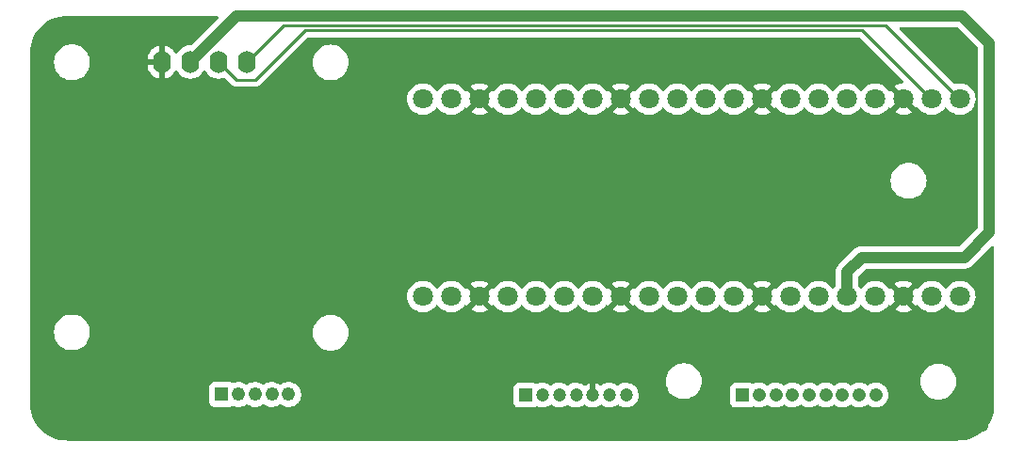
<source format=gbl>
%TF.GenerationSoftware,KiCad,Pcbnew,(6.0.1)*%
%TF.CreationDate,2022-03-18T23:49:21-06:00*%
%TF.ProjectId,PicoFlasher_Breakout_Board_V1.2,5069636f-466c-4617-9368-65725f427265,rev?*%
%TF.SameCoordinates,Original*%
%TF.FileFunction,Copper,L2,Bot*%
%TF.FilePolarity,Positive*%
%FSLAX46Y46*%
G04 Gerber Fmt 4.6, Leading zero omitted, Abs format (unit mm)*
G04 Created by KiCad (PCBNEW (6.0.1)) date 2022-03-18 23:49:21*
%MOMM*%
%LPD*%
G01*
G04 APERTURE LIST*
%TA.AperFunction,ComponentPad*%
%ADD10R,1.200000X1.200000*%
%TD*%
%TA.AperFunction,ComponentPad*%
%ADD11C,1.200000*%
%TD*%
%TA.AperFunction,ComponentPad*%
%ADD12R,1.208000X1.208000*%
%TD*%
%TA.AperFunction,ComponentPad*%
%ADD13C,1.208000*%
%TD*%
%TA.AperFunction,ComponentPad*%
%ADD14O,1.600000X2.000000*%
%TD*%
%TA.AperFunction,ComponentPad*%
%ADD15R,1.238000X1.238000*%
%TD*%
%TA.AperFunction,ComponentPad*%
%ADD16C,1.238000*%
%TD*%
%TA.AperFunction,ComponentPad*%
%ADD17C,1.800000*%
%TD*%
%TA.AperFunction,ViaPad*%
%ADD18C,0.800000*%
%TD*%
%TA.AperFunction,Conductor*%
%ADD19C,0.500000*%
%TD*%
%TA.AperFunction,Conductor*%
%ADD20C,0.250000*%
%TD*%
%TA.AperFunction,Conductor*%
%ADD21C,1.000000*%
%TD*%
G04 APERTURE END LIST*
D10*
%TO.P,J2,1,1*%
%TO.N,E-Green*%
X133350000Y-98150000D03*
D11*
%TO.P,J2,2,2*%
%TO.N,S-Brown*%
X134850000Y-98150000D03*
%TO.P,J2,3,3*%
%TO.N,S-Red*%
X136350000Y-98150000D03*
%TO.P,J2,4,4*%
%TO.N,S-Orange*%
X137850000Y-98150000D03*
%TO.P,J2,5,5*%
%TO.N,GND*%
X139350000Y-98150000D03*
%TO.P,J2,6,6*%
%TO.N,S-Black*%
X140850000Y-98150000D03*
%TO.P,J2,7,7*%
%TO.N,S-Blue*%
X142350000Y-98150000D03*
%TD*%
D12*
%TO.P,J1,1,1*%
%TO.N,E-Blue*%
X152800000Y-98143250D03*
D13*
%TO.P,J1,2,2*%
%TO.N,E-Green*%
X154300000Y-98143250D03*
%TO.P,J1,3,3*%
%TO.N,E-Yellow*%
X155800000Y-98143250D03*
%TO.P,J1,4,4*%
%TO.N,E-Orange*%
X157300000Y-98143250D03*
%TO.P,J1,5,5*%
%TO.N,E-Red*%
X158800000Y-98143250D03*
%TO.P,J1,6,6*%
%TO.N,unconnected-(J1-Pad6)*%
X160300000Y-98143250D03*
%TO.P,J1,7,7*%
%TO.N,GND*%
X161800000Y-98143250D03*
%TO.P,J1,8,8*%
%TO.N,unconnected-(J1-Pad8)*%
X163300000Y-98143250D03*
%TO.P,J1,9,9*%
%TO.N,unconnected-(J1-Pad9)*%
X164800000Y-98143250D03*
%TD*%
D14*
%TO.P,U2,1,GND*%
%TO.N,GND*%
X100630000Y-68150000D03*
%TO.P,U2,2,VCC*%
%TO.N,3.3 Out*%
X103170000Y-68150000D03*
%TO.P,U2,3,SCL*%
%TO.N,OLED Clock*%
X105710000Y-68150000D03*
%TO.P,U2,4,SDA*%
%TO.N,OLED Data*%
X108250000Y-68150000D03*
%TD*%
D15*
%TO.P,J3,1,Pin_1*%
%TO.N,A_Red*%
X106000000Y-98091500D03*
D16*
%TO.P,J3,2,Pin_2*%
%TO.N,A_Black*%
X107500000Y-98091500D03*
%TO.P,J3,3,Pin_3*%
%TO.N,A_Yellow*%
X109000000Y-98091500D03*
%TO.P,J3,4,Pin_4*%
%TO.N,A_Green*%
X110500000Y-98091500D03*
%TO.P,J3,5,Pin_5*%
%TO.N,A_Blue*%
X112000000Y-98091500D03*
%TD*%
D17*
%TO.P,U1,1,GP0*%
%TO.N,OLED Data*%
X172330000Y-71500000D03*
%TO.P,U1,2,GP1*%
%TO.N,OLED Clock*%
X169790000Y-71500000D03*
%TO.P,U1,3,GND_1*%
%TO.N,GND*%
X167250000Y-71500000D03*
%TO.P,U1,4,GP2*%
%TO.N,Debug*%
X164710000Y-71500000D03*
%TO.P,U1,5,GP3*%
%TO.N,SPI*%
X162170000Y-71500000D03*
%TO.P,U1,6,GP4*%
%TO.N,eMMC*%
X159630000Y-71500000D03*
%TO.P,U1,7,GP5*%
%TO.N,unconnected-(U1-Pad7)*%
X157090000Y-71500000D03*
%TO.P,U1,8,GND_2*%
%TO.N,GND*%
X154550000Y-71500000D03*
%TO.P,U1,9,GP6*%
%TO.N,E-Red*%
X152010000Y-71500000D03*
%TO.P,U1,10,GP7*%
%TO.N,E-Orange*%
X149470000Y-71500000D03*
%TO.P,U1,11,GP8*%
%TO.N,E-Blue*%
X146930000Y-71500000D03*
%TO.P,U1,12,GP9*%
%TO.N,E-Yellow*%
X144390000Y-71500000D03*
%TO.P,U1,13,GND_3*%
%TO.N,GND*%
X141850000Y-71500000D03*
%TO.P,U1,14,GP10*%
%TO.N,unconnected-(U1-Pad14)*%
X139310000Y-71500000D03*
%TO.P,U1,15,GP11*%
%TO.N,A_Red*%
X136770000Y-71500000D03*
%TO.P,U1,16,GP12*%
%TO.N,A_Black*%
X134230000Y-71500000D03*
%TO.P,U1,17,GP13*%
%TO.N,A_Yellow*%
X131690000Y-71500000D03*
%TO.P,U1,18,GND_4*%
%TO.N,GND*%
X129150000Y-71500000D03*
%TO.P,U1,19,GP14*%
%TO.N,A_Green*%
X126610000Y-71500000D03*
%TO.P,U1,20,GP15*%
%TO.N,A_Blue*%
X124070000Y-71500000D03*
%TO.P,U1,21,GP16*%
%TO.N,S-Orange*%
X124070000Y-89280000D03*
%TO.P,U1,22,GP17*%
%TO.N,S-Brown*%
X126610000Y-89280000D03*
%TO.P,U1,23,GND_5*%
%TO.N,GND*%
X129150000Y-89280000D03*
%TO.P,U1,24,GP18*%
%TO.N,S-Red*%
X131690000Y-89280000D03*
%TO.P,U1,25,GP19*%
%TO.N,S-Black*%
X134230000Y-89280000D03*
%TO.P,U1,26,GP20*%
%TO.N,S-Blue*%
X136770000Y-89280000D03*
%TO.P,U1,27,GP21*%
%TO.N,E-Green*%
X139310000Y-89280000D03*
%TO.P,U1,28,GND_6*%
%TO.N,GND*%
X141850000Y-89280000D03*
%TO.P,U1,29,GP22*%
%TO.N,unconnected-(U1-Pad29)*%
X144390000Y-89280000D03*
%TO.P,U1,30,RUN*%
%TO.N,unconnected-(U1-Pad30)*%
X146930000Y-89280000D03*
%TO.P,U1,31,GP26_A0*%
%TO.N,unconnected-(U1-Pad31)*%
X149470000Y-89280000D03*
%TO.P,U1,32,GP27_A1*%
%TO.N,unconnected-(U1-Pad32)*%
X152010000Y-89280000D03*
%TO.P,U1,33,GND_7*%
%TO.N,GND*%
X154550000Y-89280000D03*
%TO.P,U1,34,GP28_A2*%
%TO.N,unconnected-(U1-Pad34)*%
X157090000Y-89280000D03*
%TO.P,U1,35,ADC_VREF*%
%TO.N,unconnected-(U1-Pad35)*%
X159630000Y-89280000D03*
%TO.P,U1,36,3V3(OUT)*%
%TO.N,3.3 Out*%
X162170000Y-89280000D03*
%TO.P,U1,37,3V3_EN*%
%TO.N,unconnected-(U1-Pad37)*%
X164710000Y-89280000D03*
%TO.P,U1,38,GND_8*%
%TO.N,GND*%
X167250000Y-89280000D03*
%TO.P,U1,39,VSYS*%
%TO.N,unconnected-(U1-Pad39)*%
X169790000Y-89280000D03*
%TO.P,U1,40,VBUS*%
%TO.N,unconnected-(U1-Pad40)*%
X172330000Y-89280000D03*
%TD*%
D18*
%TO.N,GND*%
X94750000Y-94250000D03*
X141750000Y-75650000D03*
X174500000Y-101000000D03*
X141750000Y-81350000D03*
X152300000Y-80150000D03*
%TO.N,3.3 Out*%
X173974540Y-84500000D03*
%TD*%
D19*
%TO.N,GND*%
X141852000Y-92148000D02*
X139350000Y-94650000D01*
X141852000Y-90920000D02*
X141852000Y-92148000D01*
X139350000Y-94650000D02*
X139350000Y-98150000D01*
D20*
%TO.N,OLED Data*%
X172332000Y-71540000D02*
X165632825Y-64840825D01*
X111559175Y-64840825D02*
X108250000Y-68150000D01*
X165632825Y-64840825D02*
X111559175Y-64840825D01*
%TO.N,OLED Clock*%
X163542345Y-65290345D02*
X169792000Y-71540000D01*
X107310000Y-69750000D02*
X109000000Y-69750000D01*
X113459655Y-65290345D02*
X163542345Y-65290345D01*
X105710000Y-68150000D02*
X107310000Y-69750000D01*
X109000000Y-69750000D02*
X113459655Y-65290345D01*
D21*
%TO.N,3.3 Out*%
X172516305Y-64016305D02*
X175000000Y-66500000D01*
X175000000Y-83500000D02*
X172750000Y-85750000D01*
X103170000Y-68150000D02*
X107303695Y-64016305D01*
X103389359Y-68150000D02*
X103170000Y-68150000D01*
X162170000Y-87080000D02*
X162170000Y-89280000D01*
X163500000Y-85750000D02*
X162170000Y-87080000D01*
X175000000Y-66500000D02*
X175000000Y-83500000D01*
X172750000Y-85750000D02*
X163500000Y-85750000D01*
X107303695Y-64016305D02*
X172516305Y-64016305D01*
%TD*%
%TA.AperFunction,Conductor*%
%TO.N,GND*%
G36*
X105649697Y-64028002D02*
G01*
X105696190Y-64081658D01*
X105706294Y-64151932D01*
X105676800Y-64216512D01*
X105670671Y-64223095D01*
X103291790Y-66601976D01*
X103229478Y-66636002D01*
X103191712Y-66638401D01*
X103175484Y-66636981D01*
X103175475Y-66636981D01*
X103170000Y-66636502D01*
X102941913Y-66656457D01*
X102936600Y-66657881D01*
X102936598Y-66657881D01*
X102726067Y-66714293D01*
X102726065Y-66714294D01*
X102720757Y-66715716D01*
X102715776Y-66718039D01*
X102715775Y-66718039D01*
X102518238Y-66810151D01*
X102518233Y-66810154D01*
X102513251Y-66812477D01*
X102435256Y-66867090D01*
X102330211Y-66940643D01*
X102330208Y-66940645D01*
X102325700Y-66943802D01*
X102163802Y-67105700D01*
X102032477Y-67293251D01*
X102030154Y-67298233D01*
X102030151Y-67298238D01*
X102013919Y-67333049D01*
X101967002Y-67386334D01*
X101898725Y-67405795D01*
X101830765Y-67385253D01*
X101785529Y-67333049D01*
X101769414Y-67298489D01*
X101763931Y-67288993D01*
X101638972Y-67110533D01*
X101631916Y-67102125D01*
X101477875Y-66948084D01*
X101469467Y-66941028D01*
X101291007Y-66816069D01*
X101281511Y-66810586D01*
X101084053Y-66718510D01*
X101073761Y-66714764D01*
X100901497Y-66668606D01*
X100887401Y-66668942D01*
X100884000Y-66676884D01*
X100884000Y-69617967D01*
X100887973Y-69631498D01*
X100896522Y-69632727D01*
X101073761Y-69585236D01*
X101084053Y-69581490D01*
X101281511Y-69489414D01*
X101291007Y-69483931D01*
X101469467Y-69358972D01*
X101477875Y-69351916D01*
X101631916Y-69197875D01*
X101638972Y-69189467D01*
X101763931Y-69011007D01*
X101769414Y-69001511D01*
X101785529Y-68966951D01*
X101832446Y-68913666D01*
X101900723Y-68894205D01*
X101968683Y-68914747D01*
X102013919Y-68966951D01*
X102030151Y-69001762D01*
X102030154Y-69001767D01*
X102032477Y-69006749D01*
X102035634Y-69011257D01*
X102134278Y-69152135D01*
X102163802Y-69194300D01*
X102325700Y-69356198D01*
X102330208Y-69359355D01*
X102330211Y-69359357D01*
X102408389Y-69414098D01*
X102513251Y-69487523D01*
X102518233Y-69489846D01*
X102518238Y-69489849D01*
X102659966Y-69555937D01*
X102720757Y-69584284D01*
X102726065Y-69585706D01*
X102726067Y-69585707D01*
X102936598Y-69642119D01*
X102936600Y-69642119D01*
X102941913Y-69643543D01*
X103170000Y-69663498D01*
X103398087Y-69643543D01*
X103403400Y-69642119D01*
X103403402Y-69642119D01*
X103613933Y-69585707D01*
X103613935Y-69585706D01*
X103619243Y-69584284D01*
X103680034Y-69555937D01*
X103821762Y-69489849D01*
X103821767Y-69489846D01*
X103826749Y-69487523D01*
X103931611Y-69414098D01*
X104009789Y-69359357D01*
X104009792Y-69359355D01*
X104014300Y-69356198D01*
X104176198Y-69194300D01*
X104205723Y-69152135D01*
X104304366Y-69011257D01*
X104307523Y-69006749D01*
X104309846Y-69001767D01*
X104309849Y-69001762D01*
X104325805Y-68967543D01*
X104372722Y-68914258D01*
X104440999Y-68894797D01*
X104508959Y-68915339D01*
X104554195Y-68967543D01*
X104570151Y-69001762D01*
X104570154Y-69001767D01*
X104572477Y-69006749D01*
X104575634Y-69011257D01*
X104674278Y-69152135D01*
X104703802Y-69194300D01*
X104865700Y-69356198D01*
X104870208Y-69359355D01*
X104870211Y-69359357D01*
X104948389Y-69414098D01*
X105053251Y-69487523D01*
X105058233Y-69489846D01*
X105058238Y-69489849D01*
X105199966Y-69555937D01*
X105260757Y-69584284D01*
X105266065Y-69585706D01*
X105266067Y-69585707D01*
X105476598Y-69642119D01*
X105476600Y-69642119D01*
X105481913Y-69643543D01*
X105710000Y-69663498D01*
X105938087Y-69643543D01*
X105943400Y-69642119D01*
X105943402Y-69642119D01*
X106159243Y-69584284D01*
X106159815Y-69586418D01*
X106221849Y-69583594D01*
X106280981Y-69616885D01*
X106806343Y-70142247D01*
X106813887Y-70150537D01*
X106818000Y-70157018D01*
X106823777Y-70162443D01*
X106867667Y-70203658D01*
X106870509Y-70206413D01*
X106890231Y-70226135D01*
X106893373Y-70228572D01*
X106893433Y-70228619D01*
X106902445Y-70236317D01*
X106915878Y-70248931D01*
X106934679Y-70266586D01*
X106941622Y-70270403D01*
X106952431Y-70276345D01*
X106968953Y-70287198D01*
X106984959Y-70299614D01*
X106992237Y-70302764D01*
X106992238Y-70302764D01*
X107025537Y-70317174D01*
X107036187Y-70322391D01*
X107074940Y-70343695D01*
X107082615Y-70345666D01*
X107082616Y-70345666D01*
X107094562Y-70348733D01*
X107113267Y-70355137D01*
X107131855Y-70363181D01*
X107139678Y-70364420D01*
X107139688Y-70364423D01*
X107175524Y-70370099D01*
X107187144Y-70372505D01*
X107218959Y-70380673D01*
X107229970Y-70383500D01*
X107250224Y-70383500D01*
X107269934Y-70385051D01*
X107289943Y-70388220D01*
X107297835Y-70387474D01*
X107316580Y-70385702D01*
X107333962Y-70384059D01*
X107345819Y-70383500D01*
X108921233Y-70383500D01*
X108932416Y-70384027D01*
X108939909Y-70385702D01*
X108947835Y-70385453D01*
X108947836Y-70385453D01*
X109007986Y-70383562D01*
X109011945Y-70383500D01*
X109039856Y-70383500D01*
X109043791Y-70383003D01*
X109043856Y-70382995D01*
X109055693Y-70382062D01*
X109087951Y-70381048D01*
X109091970Y-70380922D01*
X109099889Y-70380673D01*
X109119343Y-70375021D01*
X109138700Y-70371013D01*
X109150930Y-70369468D01*
X109150931Y-70369468D01*
X109158797Y-70368474D01*
X109166168Y-70365555D01*
X109166170Y-70365555D01*
X109199912Y-70352196D01*
X109211142Y-70348351D01*
X109245983Y-70338229D01*
X109245984Y-70338229D01*
X109253593Y-70336018D01*
X109260412Y-70331985D01*
X109260417Y-70331983D01*
X109271028Y-70325707D01*
X109288776Y-70317012D01*
X109307617Y-70309552D01*
X109318476Y-70301663D01*
X109343387Y-70283564D01*
X109353307Y-70277048D01*
X109384535Y-70258580D01*
X109384538Y-70258578D01*
X109391362Y-70254542D01*
X109405683Y-70240221D01*
X109420717Y-70227380D01*
X109422431Y-70226135D01*
X109437107Y-70215472D01*
X109465298Y-70181395D01*
X109473288Y-70172616D01*
X111445904Y-68200000D01*
X114170026Y-68200000D01*
X114189891Y-68452403D01*
X114248995Y-68698591D01*
X114250888Y-68703162D01*
X114250889Y-68703164D01*
X114338775Y-68915339D01*
X114345884Y-68932502D01*
X114478172Y-69148376D01*
X114642602Y-69340898D01*
X114835124Y-69505328D01*
X115050998Y-69637616D01*
X115055568Y-69639509D01*
X115055572Y-69639511D01*
X115280336Y-69732611D01*
X115284909Y-69734505D01*
X115369532Y-69754821D01*
X115526284Y-69792454D01*
X115526290Y-69792455D01*
X115531097Y-69793609D01*
X115630916Y-69801465D01*
X115717845Y-69808307D01*
X115717852Y-69808307D01*
X115720301Y-69808500D01*
X115846699Y-69808500D01*
X115849148Y-69808307D01*
X115849155Y-69808307D01*
X115936084Y-69801465D01*
X116035903Y-69793609D01*
X116040710Y-69792455D01*
X116040716Y-69792454D01*
X116197468Y-69754821D01*
X116282091Y-69734505D01*
X116286664Y-69732611D01*
X116511428Y-69639511D01*
X116511432Y-69639509D01*
X116516002Y-69637616D01*
X116731876Y-69505328D01*
X116924398Y-69340898D01*
X117088828Y-69148376D01*
X117221116Y-68932502D01*
X117228226Y-68915339D01*
X117316111Y-68703164D01*
X117316112Y-68703162D01*
X117318005Y-68698591D01*
X117377109Y-68452403D01*
X117396974Y-68200000D01*
X117377109Y-67947597D01*
X117371108Y-67922597D01*
X117329649Y-67749911D01*
X117318005Y-67701409D01*
X117307650Y-67676409D01*
X117223011Y-67472072D01*
X117223009Y-67472068D01*
X117221116Y-67467498D01*
X117088828Y-67251624D01*
X116924398Y-67059102D01*
X116731876Y-66894672D01*
X116516002Y-66762384D01*
X116511432Y-66760491D01*
X116511428Y-66760489D01*
X116286664Y-66667389D01*
X116286662Y-66667388D01*
X116282091Y-66665495D01*
X116173147Y-66639340D01*
X116040716Y-66607546D01*
X116040710Y-66607545D01*
X116035903Y-66606391D01*
X115936084Y-66598535D01*
X115849155Y-66591693D01*
X115849148Y-66591693D01*
X115846699Y-66591500D01*
X115720301Y-66591500D01*
X115717852Y-66591693D01*
X115717845Y-66591693D01*
X115630916Y-66598535D01*
X115531097Y-66606391D01*
X115526290Y-66607545D01*
X115526284Y-66607546D01*
X115393853Y-66639340D01*
X115284909Y-66665495D01*
X115280338Y-66667388D01*
X115280336Y-66667389D01*
X115055572Y-66760489D01*
X115055568Y-66760491D01*
X115050998Y-66762384D01*
X114835124Y-66894672D01*
X114642602Y-67059102D01*
X114478172Y-67251624D01*
X114345884Y-67467498D01*
X114343991Y-67472068D01*
X114343989Y-67472072D01*
X114259350Y-67676409D01*
X114248995Y-67701409D01*
X114237351Y-67749911D01*
X114195893Y-67922597D01*
X114189891Y-67947597D01*
X114170026Y-68200000D01*
X111445904Y-68200000D01*
X113685154Y-65960750D01*
X113747466Y-65926724D01*
X113774249Y-65923845D01*
X163227751Y-65923845D01*
X163295872Y-65943847D01*
X163316846Y-65960750D01*
X167232311Y-69876216D01*
X167266336Y-69938526D01*
X167261271Y-70009341D01*
X167218724Y-70066177D01*
X167152002Y-70091002D01*
X167146334Y-70091398D01*
X166927693Y-70124855D01*
X166917666Y-70127244D01*
X166707426Y-70195961D01*
X166697916Y-70199958D01*
X166501725Y-70302089D01*
X166493007Y-70307578D01*
X166463961Y-70329386D01*
X166455508Y-70340711D01*
X166462251Y-70353040D01*
X167250000Y-71140790D01*
X168396304Y-72287093D01*
X168408314Y-72293651D01*
X168434949Y-72273303D01*
X168435828Y-72274453D01*
X168472672Y-72245734D01*
X168543376Y-72239289D01*
X168606340Y-72272092D01*
X168626432Y-72297074D01*
X168646800Y-72330313D01*
X168646804Y-72330318D01*
X168649501Y-72334719D01*
X168801147Y-72509784D01*
X168979349Y-72657730D01*
X169179322Y-72774584D01*
X169395694Y-72857209D01*
X169400760Y-72858240D01*
X169400761Y-72858240D01*
X169453846Y-72869040D01*
X169622656Y-72903385D01*
X169753324Y-72908176D01*
X169848949Y-72911683D01*
X169848953Y-72911683D01*
X169854113Y-72911872D01*
X169859233Y-72911216D01*
X169859235Y-72911216D01*
X169932291Y-72901857D01*
X170083847Y-72882442D01*
X170088795Y-72880957D01*
X170088802Y-72880956D01*
X170300747Y-72817369D01*
X170305690Y-72815886D01*
X170387161Y-72775974D01*
X170509049Y-72716262D01*
X170509052Y-72716260D01*
X170513684Y-72713991D01*
X170702243Y-72579494D01*
X170866303Y-72416005D01*
X170869319Y-72411808D01*
X170869326Y-72411800D01*
X170956960Y-72289844D01*
X171012954Y-72246196D01*
X171083658Y-72239750D01*
X171146622Y-72272553D01*
X171166715Y-72297536D01*
X171186800Y-72330313D01*
X171186804Y-72330318D01*
X171189501Y-72334719D01*
X171341147Y-72509784D01*
X171519349Y-72657730D01*
X171719322Y-72774584D01*
X171935694Y-72857209D01*
X171940760Y-72858240D01*
X171940761Y-72858240D01*
X171993846Y-72869040D01*
X172162656Y-72903385D01*
X172293324Y-72908176D01*
X172388949Y-72911683D01*
X172388953Y-72911683D01*
X172394113Y-72911872D01*
X172399233Y-72911216D01*
X172399235Y-72911216D01*
X172472291Y-72901857D01*
X172623847Y-72882442D01*
X172628795Y-72880957D01*
X172628802Y-72880956D01*
X172840747Y-72817369D01*
X172845690Y-72815886D01*
X172927161Y-72775974D01*
X173049049Y-72716262D01*
X173049052Y-72716260D01*
X173053684Y-72713991D01*
X173242243Y-72579494D01*
X173406303Y-72416005D01*
X173541458Y-72227917D01*
X173588641Y-72132450D01*
X173641784Y-72024922D01*
X173641785Y-72024920D01*
X173644078Y-72020280D01*
X173711408Y-71798671D01*
X173740578Y-71577108D01*
X173766673Y-71518122D01*
X173744604Y-71483783D01*
X173739924Y-71458609D01*
X173724773Y-71274318D01*
X173724772Y-71274312D01*
X173724349Y-71269167D01*
X173690797Y-71135592D01*
X173669184Y-71049544D01*
X173669183Y-71049540D01*
X173667925Y-71044533D01*
X173665866Y-71039797D01*
X173577630Y-70836868D01*
X173577628Y-70836865D01*
X173575570Y-70832131D01*
X173449764Y-70637665D01*
X173293887Y-70466358D01*
X173289836Y-70463159D01*
X173289832Y-70463155D01*
X173116177Y-70326011D01*
X173116172Y-70326008D01*
X173112123Y-70322810D01*
X173107607Y-70320317D01*
X173107604Y-70320315D01*
X172913879Y-70213373D01*
X172913875Y-70213371D01*
X172909355Y-70210876D01*
X172904486Y-70209152D01*
X172904482Y-70209150D01*
X172695903Y-70135288D01*
X172695899Y-70135287D01*
X172691028Y-70133562D01*
X172685935Y-70132655D01*
X172685932Y-70132654D01*
X172468095Y-70093851D01*
X172468089Y-70093850D01*
X172463006Y-70092945D01*
X172390096Y-70092054D01*
X172236581Y-70090179D01*
X172236579Y-70090179D01*
X172231411Y-70090116D01*
X172002464Y-70125150D01*
X171980403Y-70132361D01*
X171933246Y-70147773D01*
X171862282Y-70149924D01*
X171805007Y-70117103D01*
X166927805Y-65239900D01*
X166893779Y-65177588D01*
X166898844Y-65106773D01*
X166941391Y-65049937D01*
X167007911Y-65025126D01*
X167016900Y-65024805D01*
X172046380Y-65024805D01*
X172114501Y-65044807D01*
X172135475Y-65061710D01*
X173954595Y-66880829D01*
X173988620Y-66943141D01*
X173991500Y-66969924D01*
X173991500Y-71448285D01*
X173971498Y-71516406D01*
X173965317Y-71521762D01*
X173989995Y-71574141D01*
X173991500Y-71593555D01*
X173991500Y-83030076D01*
X173971498Y-83098197D01*
X173954595Y-83119171D01*
X172369171Y-84704595D01*
X172306859Y-84738621D01*
X172280076Y-84741500D01*
X163561843Y-84741500D01*
X163548236Y-84740763D01*
X163516738Y-84737341D01*
X163516733Y-84737341D01*
X163510612Y-84736676D01*
X163484362Y-84738973D01*
X163460612Y-84741050D01*
X163455786Y-84741379D01*
X163453314Y-84741500D01*
X163450231Y-84741500D01*
X163438262Y-84742674D01*
X163407494Y-84745690D01*
X163406181Y-84745812D01*
X163365973Y-84749330D01*
X163313587Y-84753913D01*
X163308468Y-84755400D01*
X163303167Y-84755920D01*
X163214166Y-84782791D01*
X163213033Y-84783126D01*
X163129586Y-84807370D01*
X163129582Y-84807372D01*
X163123664Y-84809091D01*
X163118932Y-84811544D01*
X163113831Y-84813084D01*
X163108388Y-84815978D01*
X163031740Y-84856731D01*
X163030574Y-84857343D01*
X162953547Y-84897271D01*
X162948074Y-84900108D01*
X162943911Y-84903431D01*
X162939204Y-84905934D01*
X162867082Y-84964755D01*
X162866226Y-84965446D01*
X162827027Y-84996738D01*
X162824523Y-84999242D01*
X162823805Y-84999884D01*
X162819472Y-85003585D01*
X162785938Y-85030935D01*
X162782011Y-85035682D01*
X162782009Y-85035684D01*
X162756713Y-85066262D01*
X162748723Y-85075042D01*
X161500621Y-86323145D01*
X161490478Y-86332247D01*
X161460975Y-86355968D01*
X161457008Y-86360696D01*
X161428709Y-86394421D01*
X161425528Y-86398069D01*
X161423885Y-86399881D01*
X161421691Y-86402075D01*
X161394358Y-86435349D01*
X161393696Y-86436147D01*
X161333846Y-86507474D01*
X161331278Y-86512144D01*
X161327897Y-86516261D01*
X161317691Y-86535296D01*
X161284023Y-86598086D01*
X161283394Y-86599245D01*
X161241538Y-86675381D01*
X161241535Y-86675389D01*
X161238567Y-86680787D01*
X161236955Y-86685869D01*
X161234438Y-86690563D01*
X161207238Y-86779531D01*
X161206918Y-86780559D01*
X161178765Y-86869306D01*
X161178171Y-86874602D01*
X161176613Y-86879698D01*
X161175990Y-86885834D01*
X161167218Y-86972187D01*
X161167089Y-86973393D01*
X161161500Y-87023227D01*
X161161500Y-87026754D01*
X161161445Y-87027739D01*
X161160998Y-87033419D01*
X161156626Y-87076462D01*
X161157206Y-87082593D01*
X161160941Y-87122109D01*
X161161500Y-87133967D01*
X161161500Y-88246006D01*
X161141498Y-88314127D01*
X161126594Y-88333057D01*
X161071639Y-88390564D01*
X161004306Y-88489271D01*
X160949397Y-88534271D01*
X160878872Y-88542442D01*
X160815125Y-88511188D01*
X160794428Y-88486705D01*
X160752571Y-88422004D01*
X160749764Y-88417665D01*
X160593887Y-88246358D01*
X160589836Y-88243159D01*
X160589832Y-88243155D01*
X160416177Y-88106011D01*
X160416172Y-88106008D01*
X160412123Y-88102810D01*
X160407607Y-88100317D01*
X160407604Y-88100315D01*
X160213879Y-87993373D01*
X160213875Y-87993371D01*
X160209355Y-87990876D01*
X160204486Y-87989152D01*
X160204482Y-87989150D01*
X159995903Y-87915288D01*
X159995899Y-87915287D01*
X159991028Y-87913562D01*
X159985935Y-87912655D01*
X159985932Y-87912654D01*
X159768095Y-87873851D01*
X159768089Y-87873850D01*
X159763006Y-87872945D01*
X159690096Y-87872054D01*
X159536581Y-87870179D01*
X159536579Y-87870179D01*
X159531411Y-87870116D01*
X159302464Y-87905150D01*
X159082314Y-87977106D01*
X159077726Y-87979494D01*
X159077722Y-87979496D01*
X158881461Y-88081663D01*
X158876872Y-88084052D01*
X158872739Y-88087155D01*
X158872736Y-88087157D01*
X158813284Y-88131795D01*
X158691655Y-88223117D01*
X158531639Y-88390564D01*
X158464306Y-88489271D01*
X158409397Y-88534271D01*
X158338872Y-88542442D01*
X158275125Y-88511188D01*
X158254428Y-88486705D01*
X158212571Y-88422004D01*
X158209764Y-88417665D01*
X158053887Y-88246358D01*
X158049836Y-88243159D01*
X158049832Y-88243155D01*
X157876177Y-88106011D01*
X157876172Y-88106008D01*
X157872123Y-88102810D01*
X157867607Y-88100317D01*
X157867604Y-88100315D01*
X157673879Y-87993373D01*
X157673875Y-87993371D01*
X157669355Y-87990876D01*
X157664486Y-87989152D01*
X157664482Y-87989150D01*
X157455903Y-87915288D01*
X157455899Y-87915287D01*
X157451028Y-87913562D01*
X157445935Y-87912655D01*
X157445932Y-87912654D01*
X157228095Y-87873851D01*
X157228089Y-87873850D01*
X157223006Y-87872945D01*
X157150096Y-87872054D01*
X156996581Y-87870179D01*
X156996579Y-87870179D01*
X156991411Y-87870116D01*
X156762464Y-87905150D01*
X156542314Y-87977106D01*
X156537726Y-87979494D01*
X156537722Y-87979496D01*
X156341461Y-88081663D01*
X156336872Y-88084052D01*
X156332739Y-88087155D01*
X156332736Y-88087157D01*
X156273284Y-88131795D01*
X156151655Y-88223117D01*
X155991639Y-88390564D01*
X155975763Y-88413838D01*
X155924002Y-88489716D01*
X155869090Y-88534718D01*
X155798565Y-88542889D01*
X155734819Y-88511634D01*
X155724979Y-88499994D01*
X155708538Y-88485835D01*
X155698973Y-88490238D01*
X154922021Y-89267189D01*
X154914408Y-89281132D01*
X154914539Y-89282966D01*
X154918790Y-89289580D01*
X155696307Y-90067096D01*
X155708313Y-90073652D01*
X155734948Y-90053304D01*
X155735827Y-90054454D01*
X155772672Y-90025734D01*
X155843376Y-90019289D01*
X155906340Y-90052092D01*
X155926432Y-90077074D01*
X155946800Y-90110313D01*
X155946804Y-90110318D01*
X155949501Y-90114719D01*
X156101147Y-90289784D01*
X156279349Y-90437730D01*
X156479322Y-90554584D01*
X156695694Y-90637209D01*
X156700760Y-90638240D01*
X156700761Y-90638240D01*
X156753846Y-90649040D01*
X156922656Y-90683385D01*
X157053324Y-90688176D01*
X157148949Y-90691683D01*
X157148953Y-90691683D01*
X157154113Y-90691872D01*
X157159233Y-90691216D01*
X157159235Y-90691216D01*
X157232291Y-90681857D01*
X157383847Y-90662442D01*
X157388795Y-90660957D01*
X157388802Y-90660956D01*
X157600747Y-90597369D01*
X157605690Y-90595886D01*
X157687161Y-90555974D01*
X157809049Y-90496262D01*
X157809052Y-90496260D01*
X157813684Y-90493991D01*
X158002243Y-90359494D01*
X158166303Y-90196005D01*
X158169319Y-90191808D01*
X158169326Y-90191800D01*
X158256960Y-90069844D01*
X158312954Y-90026196D01*
X158383658Y-90019750D01*
X158446622Y-90052553D01*
X158466715Y-90077536D01*
X158486800Y-90110313D01*
X158486804Y-90110318D01*
X158489501Y-90114719D01*
X158641147Y-90289784D01*
X158819349Y-90437730D01*
X159019322Y-90554584D01*
X159235694Y-90637209D01*
X159240760Y-90638240D01*
X159240761Y-90638240D01*
X159293846Y-90649040D01*
X159462656Y-90683385D01*
X159593324Y-90688176D01*
X159688949Y-90691683D01*
X159688953Y-90691683D01*
X159694113Y-90691872D01*
X159699233Y-90691216D01*
X159699235Y-90691216D01*
X159772291Y-90681857D01*
X159923847Y-90662442D01*
X159928795Y-90660957D01*
X159928802Y-90660956D01*
X160140747Y-90597369D01*
X160145690Y-90595886D01*
X160227161Y-90555974D01*
X160349049Y-90496262D01*
X160349052Y-90496260D01*
X160353684Y-90493991D01*
X160542243Y-90359494D01*
X160706303Y-90196005D01*
X160709319Y-90191808D01*
X160709326Y-90191800D01*
X160796960Y-90069844D01*
X160852954Y-90026196D01*
X160923658Y-90019750D01*
X160986622Y-90052553D01*
X161006715Y-90077536D01*
X161026800Y-90110313D01*
X161026804Y-90110318D01*
X161029501Y-90114719D01*
X161181147Y-90289784D01*
X161359349Y-90437730D01*
X161559322Y-90554584D01*
X161775694Y-90637209D01*
X161780760Y-90638240D01*
X161780761Y-90638240D01*
X161833846Y-90649040D01*
X162002656Y-90683385D01*
X162133324Y-90688176D01*
X162228949Y-90691683D01*
X162228953Y-90691683D01*
X162234113Y-90691872D01*
X162239233Y-90691216D01*
X162239235Y-90691216D01*
X162312291Y-90681857D01*
X162463847Y-90662442D01*
X162468795Y-90660957D01*
X162468802Y-90660956D01*
X162680747Y-90597369D01*
X162685690Y-90595886D01*
X162767161Y-90555974D01*
X162889049Y-90496262D01*
X162889052Y-90496260D01*
X162893684Y-90493991D01*
X163082243Y-90359494D01*
X163246303Y-90196005D01*
X163249319Y-90191808D01*
X163249326Y-90191800D01*
X163336960Y-90069844D01*
X163392954Y-90026196D01*
X163463658Y-90019750D01*
X163526622Y-90052553D01*
X163546715Y-90077536D01*
X163566800Y-90110313D01*
X163566804Y-90110318D01*
X163569501Y-90114719D01*
X163721147Y-90289784D01*
X163899349Y-90437730D01*
X164099322Y-90554584D01*
X164315694Y-90637209D01*
X164320760Y-90638240D01*
X164320761Y-90638240D01*
X164373846Y-90649040D01*
X164542656Y-90683385D01*
X164673324Y-90688176D01*
X164768949Y-90691683D01*
X164768953Y-90691683D01*
X164774113Y-90691872D01*
X164779233Y-90691216D01*
X164779235Y-90691216D01*
X164852291Y-90681857D01*
X165003847Y-90662442D01*
X165008795Y-90660957D01*
X165008802Y-90660956D01*
X165220747Y-90597369D01*
X165225690Y-90595886D01*
X165307161Y-90555974D01*
X165429049Y-90496262D01*
X165429052Y-90496260D01*
X165433684Y-90493991D01*
X165507406Y-90441406D01*
X166453423Y-90441406D01*
X166458704Y-90448461D01*
X166635080Y-90551527D01*
X166644363Y-90555974D01*
X166851003Y-90634883D01*
X166860901Y-90637759D01*
X167077653Y-90681857D01*
X167087883Y-90683076D01*
X167308914Y-90691182D01*
X167319223Y-90690714D01*
X167538623Y-90662608D01*
X167548688Y-90660468D01*
X167760557Y-90596905D01*
X167770152Y-90593144D01*
X167968778Y-90495838D01*
X167977636Y-90490559D01*
X168035097Y-90449572D01*
X168043497Y-90438874D01*
X168036510Y-90425721D01*
X167262811Y-89652021D01*
X167248868Y-89644408D01*
X167247034Y-89644539D01*
X167240420Y-89648790D01*
X166460180Y-90429031D01*
X166453423Y-90441406D01*
X165507406Y-90441406D01*
X165622243Y-90359494D01*
X165786303Y-90196005D01*
X165877275Y-90069404D01*
X165933270Y-90025756D01*
X166003973Y-90019310D01*
X166066938Y-90052113D01*
X166072142Y-90058584D01*
X166090553Y-90075242D01*
X166099331Y-90071458D01*
X166877979Y-89292811D01*
X166884356Y-89281132D01*
X167614408Y-89281132D01*
X167614539Y-89282966D01*
X167618790Y-89289580D01*
X168396307Y-90067096D01*
X168408313Y-90073652D01*
X168434948Y-90053304D01*
X168435827Y-90054454D01*
X168472672Y-90025734D01*
X168543376Y-90019289D01*
X168606340Y-90052092D01*
X168626432Y-90077074D01*
X168646800Y-90110313D01*
X168646804Y-90110318D01*
X168649501Y-90114719D01*
X168801147Y-90289784D01*
X168979349Y-90437730D01*
X169179322Y-90554584D01*
X169395694Y-90637209D01*
X169400760Y-90638240D01*
X169400761Y-90638240D01*
X169453846Y-90649040D01*
X169622656Y-90683385D01*
X169753324Y-90688176D01*
X169848949Y-90691683D01*
X169848953Y-90691683D01*
X169854113Y-90691872D01*
X169859233Y-90691216D01*
X169859235Y-90691216D01*
X169932291Y-90681857D01*
X170083847Y-90662442D01*
X170088795Y-90660957D01*
X170088802Y-90660956D01*
X170300747Y-90597369D01*
X170305690Y-90595886D01*
X170387161Y-90555974D01*
X170509049Y-90496262D01*
X170509052Y-90496260D01*
X170513684Y-90493991D01*
X170702243Y-90359494D01*
X170866303Y-90196005D01*
X170869319Y-90191808D01*
X170869326Y-90191800D01*
X170956960Y-90069844D01*
X171012954Y-90026196D01*
X171083658Y-90019750D01*
X171146622Y-90052553D01*
X171166715Y-90077536D01*
X171186800Y-90110313D01*
X171186804Y-90110318D01*
X171189501Y-90114719D01*
X171341147Y-90289784D01*
X171519349Y-90437730D01*
X171719322Y-90554584D01*
X171935694Y-90637209D01*
X171940760Y-90638240D01*
X171940761Y-90638240D01*
X171993846Y-90649040D01*
X172162656Y-90683385D01*
X172293324Y-90688176D01*
X172388949Y-90691683D01*
X172388953Y-90691683D01*
X172394113Y-90691872D01*
X172399233Y-90691216D01*
X172399235Y-90691216D01*
X172472291Y-90681857D01*
X172623847Y-90662442D01*
X172628795Y-90660957D01*
X172628802Y-90660956D01*
X172840747Y-90597369D01*
X172845690Y-90595886D01*
X172927161Y-90555974D01*
X173049049Y-90496262D01*
X173049052Y-90496260D01*
X173053684Y-90493991D01*
X173242243Y-90359494D01*
X173406303Y-90196005D01*
X173541458Y-90007917D01*
X173588641Y-89912450D01*
X173641784Y-89804922D01*
X173641785Y-89804920D01*
X173644078Y-89800280D01*
X173711408Y-89578671D01*
X173741640Y-89349041D01*
X173743327Y-89280000D01*
X173737032Y-89203434D01*
X173724773Y-89054318D01*
X173724772Y-89054312D01*
X173724349Y-89049167D01*
X173690797Y-88915592D01*
X173669184Y-88829544D01*
X173669183Y-88829540D01*
X173667925Y-88824533D01*
X173665866Y-88819797D01*
X173577630Y-88616868D01*
X173577628Y-88616865D01*
X173575570Y-88612131D01*
X173449764Y-88417665D01*
X173293887Y-88246358D01*
X173289836Y-88243159D01*
X173289832Y-88243155D01*
X173116177Y-88106011D01*
X173116172Y-88106008D01*
X173112123Y-88102810D01*
X173107607Y-88100317D01*
X173107604Y-88100315D01*
X172913879Y-87993373D01*
X172913875Y-87993371D01*
X172909355Y-87990876D01*
X172904486Y-87989152D01*
X172904482Y-87989150D01*
X172695903Y-87915288D01*
X172695899Y-87915287D01*
X172691028Y-87913562D01*
X172685935Y-87912655D01*
X172685932Y-87912654D01*
X172468095Y-87873851D01*
X172468089Y-87873850D01*
X172463006Y-87872945D01*
X172390096Y-87872054D01*
X172236581Y-87870179D01*
X172236579Y-87870179D01*
X172231411Y-87870116D01*
X172002464Y-87905150D01*
X171782314Y-87977106D01*
X171777726Y-87979494D01*
X171777722Y-87979496D01*
X171581461Y-88081663D01*
X171576872Y-88084052D01*
X171572739Y-88087155D01*
X171572736Y-88087157D01*
X171513284Y-88131795D01*
X171391655Y-88223117D01*
X171231639Y-88390564D01*
X171164306Y-88489271D01*
X171109397Y-88534271D01*
X171038872Y-88542442D01*
X170975125Y-88511188D01*
X170954428Y-88486705D01*
X170912571Y-88422004D01*
X170909764Y-88417665D01*
X170753887Y-88246358D01*
X170749836Y-88243159D01*
X170749832Y-88243155D01*
X170576177Y-88106011D01*
X170576172Y-88106008D01*
X170572123Y-88102810D01*
X170567607Y-88100317D01*
X170567604Y-88100315D01*
X170373879Y-87993373D01*
X170373875Y-87993371D01*
X170369355Y-87990876D01*
X170364486Y-87989152D01*
X170364482Y-87989150D01*
X170155903Y-87915288D01*
X170155899Y-87915287D01*
X170151028Y-87913562D01*
X170145935Y-87912655D01*
X170145932Y-87912654D01*
X169928095Y-87873851D01*
X169928089Y-87873850D01*
X169923006Y-87872945D01*
X169850096Y-87872054D01*
X169696581Y-87870179D01*
X169696579Y-87870179D01*
X169691411Y-87870116D01*
X169462464Y-87905150D01*
X169242314Y-87977106D01*
X169237726Y-87979494D01*
X169237722Y-87979496D01*
X169041461Y-88081663D01*
X169036872Y-88084052D01*
X169032739Y-88087155D01*
X169032736Y-88087157D01*
X168973284Y-88131795D01*
X168851655Y-88223117D01*
X168691639Y-88390564D01*
X168675763Y-88413838D01*
X168624002Y-88489716D01*
X168569090Y-88534718D01*
X168498565Y-88542889D01*
X168434819Y-88511634D01*
X168424979Y-88499994D01*
X168408538Y-88485835D01*
X168398973Y-88490238D01*
X167622021Y-89267189D01*
X167614408Y-89281132D01*
X166884356Y-89281132D01*
X166885592Y-89278868D01*
X166885461Y-89277034D01*
X166881210Y-89270420D01*
X166103862Y-88493073D01*
X166092330Y-88486776D01*
X166064674Y-88508444D01*
X166063534Y-88506989D01*
X166029695Y-88534724D01*
X165959171Y-88542898D01*
X165895422Y-88511646D01*
X165874722Y-88487159D01*
X165832575Y-88422009D01*
X165832570Y-88422003D01*
X165829764Y-88417665D01*
X165673887Y-88246358D01*
X165669836Y-88243159D01*
X165669832Y-88243155D01*
X165514790Y-88120711D01*
X166455508Y-88120711D01*
X166462251Y-88133040D01*
X167237189Y-88907979D01*
X167251132Y-88915592D01*
X167252966Y-88915461D01*
X167259580Y-88911210D01*
X168038994Y-88131795D01*
X168046011Y-88118944D01*
X168038237Y-88108274D01*
X168035902Y-88106430D01*
X168027320Y-88100729D01*
X167833678Y-87993833D01*
X167824272Y-87989606D01*
X167615772Y-87915772D01*
X167605809Y-87913140D01*
X167388047Y-87874350D01*
X167377796Y-87873381D01*
X167156616Y-87870679D01*
X167146332Y-87871399D01*
X166927693Y-87904855D01*
X166917666Y-87907244D01*
X166707426Y-87975961D01*
X166697916Y-87979958D01*
X166501725Y-88082089D01*
X166493007Y-88087578D01*
X166463961Y-88109386D01*
X166455508Y-88120711D01*
X165514790Y-88120711D01*
X165496177Y-88106011D01*
X165496172Y-88106008D01*
X165492123Y-88102810D01*
X165487607Y-88100317D01*
X165487604Y-88100315D01*
X165293879Y-87993373D01*
X165293875Y-87993371D01*
X165289355Y-87990876D01*
X165284486Y-87989152D01*
X165284482Y-87989150D01*
X165075903Y-87915288D01*
X165075899Y-87915287D01*
X165071028Y-87913562D01*
X165065935Y-87912655D01*
X165065932Y-87912654D01*
X164848095Y-87873851D01*
X164848089Y-87873850D01*
X164843006Y-87872945D01*
X164770096Y-87872054D01*
X164616581Y-87870179D01*
X164616579Y-87870179D01*
X164611411Y-87870116D01*
X164382464Y-87905150D01*
X164162314Y-87977106D01*
X164157726Y-87979494D01*
X164157722Y-87979496D01*
X163961461Y-88081663D01*
X163956872Y-88084052D01*
X163952739Y-88087155D01*
X163952736Y-88087157D01*
X163893284Y-88131795D01*
X163771655Y-88223117D01*
X163611639Y-88390564D01*
X163544306Y-88489271D01*
X163489397Y-88534271D01*
X163418872Y-88542442D01*
X163355125Y-88511188D01*
X163334428Y-88486705D01*
X163292571Y-88422004D01*
X163289764Y-88417665D01*
X163286282Y-88413838D01*
X163211306Y-88331440D01*
X163180254Y-88267594D01*
X163178500Y-88246641D01*
X163178500Y-87549926D01*
X163198502Y-87481805D01*
X163215404Y-87460831D01*
X163880829Y-86795405D01*
X163943142Y-86761380D01*
X163969925Y-86758500D01*
X172688157Y-86758500D01*
X172701764Y-86759237D01*
X172733262Y-86762659D01*
X172733267Y-86762659D01*
X172739388Y-86763324D01*
X172765638Y-86761027D01*
X172789388Y-86758950D01*
X172794214Y-86758621D01*
X172796686Y-86758500D01*
X172799769Y-86758500D01*
X172811738Y-86757326D01*
X172842506Y-86754310D01*
X172843819Y-86754188D01*
X172888084Y-86750315D01*
X172936413Y-86746087D01*
X172941532Y-86744600D01*
X172946833Y-86744080D01*
X173035834Y-86717209D01*
X173036967Y-86716874D01*
X173120414Y-86692630D01*
X173120418Y-86692628D01*
X173126336Y-86690909D01*
X173131068Y-86688456D01*
X173136169Y-86686916D01*
X173157864Y-86675381D01*
X173218260Y-86643269D01*
X173219426Y-86642657D01*
X173296453Y-86602729D01*
X173301926Y-86599892D01*
X173306089Y-86596569D01*
X173310796Y-86594066D01*
X173382918Y-86535245D01*
X173383774Y-86534554D01*
X173422973Y-86503262D01*
X173425477Y-86500758D01*
X173426195Y-86500116D01*
X173430528Y-86496415D01*
X173464062Y-86469065D01*
X173493288Y-86433737D01*
X173501277Y-86424958D01*
X175176905Y-84749330D01*
X175239217Y-84715304D01*
X175310032Y-84720369D01*
X175366868Y-84762916D01*
X175391679Y-84829436D01*
X175392000Y-84838425D01*
X175392000Y-99713851D01*
X175387707Y-99746462D01*
X175332097Y-99954000D01*
X175328021Y-99966544D01*
X175208895Y-100276876D01*
X175203531Y-100288924D01*
X175052612Y-100585120D01*
X175046021Y-100596536D01*
X174864967Y-100875334D01*
X174857221Y-100885996D01*
X174648016Y-101144344D01*
X174639190Y-101154145D01*
X174404145Y-101389190D01*
X174394344Y-101398016D01*
X174135996Y-101607221D01*
X174125334Y-101614967D01*
X173846536Y-101796021D01*
X173835120Y-101802612D01*
X173538924Y-101953531D01*
X173526875Y-101958895D01*
X173216536Y-102078023D01*
X173204000Y-102082097D01*
X172882902Y-102168135D01*
X172870002Y-102170877D01*
X172781285Y-102184928D01*
X172541665Y-102222880D01*
X172528557Y-102224257D01*
X172232666Y-102239764D01*
X172206688Y-102238436D01*
X172205144Y-102238195D01*
X172205140Y-102238195D01*
X172196270Y-102236814D01*
X172187368Y-102237978D01*
X172187365Y-102237978D01*
X172164749Y-102240936D01*
X172148411Y-102242000D01*
X92109328Y-102242000D01*
X92089943Y-102240500D01*
X92075142Y-102238195D01*
X92075139Y-102238195D01*
X92066270Y-102236814D01*
X92047589Y-102239257D01*
X92024658Y-102240148D01*
X91721443Y-102224257D01*
X91708335Y-102222880D01*
X91468715Y-102184928D01*
X91379998Y-102170877D01*
X91367098Y-102168135D01*
X91046000Y-102082097D01*
X91033464Y-102078023D01*
X90723125Y-101958895D01*
X90711076Y-101953531D01*
X90414880Y-101802612D01*
X90403464Y-101796021D01*
X90124666Y-101614967D01*
X90114004Y-101607221D01*
X89855656Y-101398016D01*
X89845855Y-101389190D01*
X89610810Y-101154145D01*
X89601984Y-101144344D01*
X89392779Y-100885996D01*
X89385033Y-100875334D01*
X89203979Y-100596536D01*
X89197388Y-100585120D01*
X89046469Y-100288924D01*
X89041105Y-100276876D01*
X88921979Y-99966544D01*
X88917903Y-99954000D01*
X88831865Y-99632902D01*
X88829123Y-99620002D01*
X88777121Y-99291671D01*
X88775743Y-99278554D01*
X88774823Y-99260995D01*
X88760236Y-98982666D01*
X88761564Y-98956688D01*
X88761805Y-98955144D01*
X88761805Y-98955140D01*
X88763186Y-98946270D01*
X88761999Y-98937186D01*
X88759064Y-98914749D01*
X88758000Y-98898411D01*
X88758000Y-98758634D01*
X104872500Y-98758634D01*
X104879255Y-98820816D01*
X104930385Y-98957205D01*
X105017739Y-99073761D01*
X105134295Y-99161115D01*
X105270684Y-99212245D01*
X105332866Y-99219000D01*
X106667134Y-99219000D01*
X106729316Y-99212245D01*
X106865705Y-99161115D01*
X106893611Y-99140201D01*
X106904812Y-99131806D01*
X106971319Y-99106958D01*
X107030115Y-99116864D01*
X107133112Y-99161115D01*
X107150091Y-99168410D01*
X107280263Y-99197865D01*
X107334060Y-99210038D01*
X107352201Y-99214143D01*
X107357972Y-99214370D01*
X107357974Y-99214370D01*
X107427210Y-99217090D01*
X107559262Y-99222278D01*
X107652475Y-99208763D01*
X107758616Y-99193374D01*
X107758621Y-99193373D01*
X107764337Y-99192544D01*
X107769809Y-99190686D01*
X107769811Y-99190686D01*
X107955096Y-99127790D01*
X107955098Y-99127789D01*
X107960560Y-99125935D01*
X108124797Y-99033958D01*
X108136322Y-99027504D01*
X108136323Y-99027503D01*
X108141359Y-99024683D01*
X108145798Y-99020991D01*
X108145804Y-99020987D01*
X108169548Y-99001239D01*
X108234712Y-98973057D01*
X108304767Y-98984580D01*
X108320116Y-98993344D01*
X108459699Y-99086611D01*
X108465002Y-99088889D01*
X108465005Y-99088891D01*
X108639189Y-99163726D01*
X108650091Y-99168410D01*
X108780263Y-99197865D01*
X108834060Y-99210038D01*
X108852201Y-99214143D01*
X108857972Y-99214370D01*
X108857974Y-99214370D01*
X108927210Y-99217090D01*
X109059262Y-99222278D01*
X109152475Y-99208763D01*
X109258616Y-99193374D01*
X109258621Y-99193373D01*
X109264337Y-99192544D01*
X109269809Y-99190686D01*
X109269811Y-99190686D01*
X109455096Y-99127790D01*
X109455098Y-99127789D01*
X109460560Y-99125935D01*
X109624797Y-99033958D01*
X109636322Y-99027504D01*
X109636323Y-99027503D01*
X109641359Y-99024683D01*
X109645798Y-99020991D01*
X109645804Y-99020987D01*
X109669548Y-99001239D01*
X109734712Y-98973057D01*
X109804767Y-98984580D01*
X109820116Y-98993344D01*
X109959699Y-99086611D01*
X109965002Y-99088889D01*
X109965005Y-99088891D01*
X110139189Y-99163726D01*
X110150091Y-99168410D01*
X110280263Y-99197865D01*
X110334060Y-99210038D01*
X110352201Y-99214143D01*
X110357972Y-99214370D01*
X110357974Y-99214370D01*
X110427210Y-99217090D01*
X110559262Y-99222278D01*
X110652475Y-99208763D01*
X110758616Y-99193374D01*
X110758621Y-99193373D01*
X110764337Y-99192544D01*
X110769809Y-99190686D01*
X110769811Y-99190686D01*
X110955096Y-99127790D01*
X110955098Y-99127789D01*
X110960560Y-99125935D01*
X111124797Y-99033958D01*
X111136322Y-99027504D01*
X111136323Y-99027503D01*
X111141359Y-99024683D01*
X111145798Y-99020991D01*
X111145804Y-99020987D01*
X111169548Y-99001239D01*
X111234712Y-98973057D01*
X111304767Y-98984580D01*
X111320116Y-98993344D01*
X111459699Y-99086611D01*
X111465002Y-99088889D01*
X111465005Y-99088891D01*
X111639189Y-99163726D01*
X111650091Y-99168410D01*
X111780263Y-99197865D01*
X111834060Y-99210038D01*
X111852201Y-99214143D01*
X111857972Y-99214370D01*
X111857974Y-99214370D01*
X111927210Y-99217090D01*
X112059262Y-99222278D01*
X112152475Y-99208763D01*
X112258616Y-99193374D01*
X112258621Y-99193373D01*
X112264337Y-99192544D01*
X112269809Y-99190686D01*
X112269811Y-99190686D01*
X112455096Y-99127790D01*
X112455098Y-99127789D01*
X112460560Y-99125935D01*
X112624797Y-99033958D01*
X112636322Y-99027504D01*
X112636323Y-99027503D01*
X112641359Y-99024683D01*
X112647714Y-99019398D01*
X112796246Y-98895864D01*
X112800678Y-98892178D01*
X112878894Y-98798134D01*
X132241500Y-98798134D01*
X132248255Y-98860316D01*
X132299385Y-98996705D01*
X132386739Y-99113261D01*
X132503295Y-99200615D01*
X132639684Y-99251745D01*
X132701866Y-99258500D01*
X133998134Y-99258500D01*
X134060316Y-99251745D01*
X134196705Y-99200615D01*
X134244162Y-99165048D01*
X134310666Y-99140201D01*
X134369463Y-99150108D01*
X134500671Y-99206480D01*
X134500680Y-99206483D01*
X134505987Y-99208763D01*
X134564712Y-99222051D01*
X134699055Y-99252450D01*
X134699060Y-99252451D01*
X134704692Y-99253725D01*
X134710463Y-99253952D01*
X134710465Y-99253952D01*
X134773470Y-99256427D01*
X134908263Y-99261723D01*
X135109883Y-99232490D01*
X135115347Y-99230635D01*
X135115352Y-99230634D01*
X135297327Y-99168862D01*
X135297332Y-99168860D01*
X135302799Y-99167004D01*
X135308653Y-99163726D01*
X135371835Y-99128342D01*
X135480551Y-99067458D01*
X135484994Y-99063762D01*
X135484998Y-99063760D01*
X135501107Y-99050362D01*
X135518307Y-99036056D01*
X135583470Y-99007875D01*
X135653525Y-99019398D01*
X135668877Y-99028164D01*
X135818803Y-99128342D01*
X135824106Y-99130620D01*
X135824109Y-99130622D01*
X136000673Y-99206480D01*
X136005987Y-99208763D01*
X136064712Y-99222051D01*
X136199055Y-99252450D01*
X136199060Y-99252451D01*
X136204692Y-99253725D01*
X136210463Y-99253952D01*
X136210465Y-99253952D01*
X136273470Y-99256427D01*
X136408263Y-99261723D01*
X136609883Y-99232490D01*
X136615347Y-99230635D01*
X136615352Y-99230634D01*
X136797327Y-99168862D01*
X136797332Y-99168860D01*
X136802799Y-99167004D01*
X136808653Y-99163726D01*
X136871835Y-99128342D01*
X136980551Y-99067458D01*
X136984994Y-99063762D01*
X136984998Y-99063760D01*
X137001107Y-99050362D01*
X137018307Y-99036056D01*
X137083470Y-99007875D01*
X137153525Y-99019398D01*
X137168877Y-99028164D01*
X137318803Y-99128342D01*
X137324106Y-99130620D01*
X137324109Y-99130622D01*
X137500673Y-99206480D01*
X137505987Y-99208763D01*
X137564712Y-99222051D01*
X137699055Y-99252450D01*
X137699060Y-99252451D01*
X137704692Y-99253725D01*
X137710463Y-99253952D01*
X137710465Y-99253952D01*
X137773470Y-99256427D01*
X137908263Y-99261723D01*
X138109883Y-99232490D01*
X138115347Y-99230635D01*
X138115352Y-99230634D01*
X138297327Y-99168862D01*
X138297332Y-99168860D01*
X138302799Y-99167004D01*
X138308653Y-99163726D01*
X138371835Y-99128342D01*
X138480551Y-99067458D01*
X138518709Y-99035722D01*
X138583872Y-99007542D01*
X138653927Y-99019065D01*
X138669279Y-99027832D01*
X138814239Y-99124691D01*
X138824349Y-99130181D01*
X139000835Y-99206005D01*
X139011778Y-99209560D01*
X139199120Y-99251952D01*
X139210530Y-99253454D01*
X139402469Y-99260995D01*
X139413951Y-99260393D01*
X139604045Y-99232832D01*
X139615240Y-99230144D01*
X139797131Y-99168400D01*
X139807628Y-99163726D01*
X139975233Y-99069863D01*
X139984698Y-99063358D01*
X140017874Y-99035766D01*
X140083039Y-99007586D01*
X140153094Y-99019110D01*
X140168445Y-99027876D01*
X140278209Y-99101218D01*
X140318803Y-99128342D01*
X140324106Y-99130620D01*
X140324109Y-99130622D01*
X140500673Y-99206480D01*
X140505987Y-99208763D01*
X140564712Y-99222051D01*
X140699055Y-99252450D01*
X140699060Y-99252451D01*
X140704692Y-99253725D01*
X140710463Y-99253952D01*
X140710465Y-99253952D01*
X140773470Y-99256427D01*
X140908263Y-99261723D01*
X141109883Y-99232490D01*
X141115347Y-99230635D01*
X141115352Y-99230634D01*
X141297327Y-99168862D01*
X141297332Y-99168860D01*
X141302799Y-99167004D01*
X141308653Y-99163726D01*
X141371835Y-99128342D01*
X141480551Y-99067458D01*
X141484994Y-99063762D01*
X141484998Y-99063760D01*
X141501107Y-99050362D01*
X141518307Y-99036056D01*
X141583470Y-99007875D01*
X141653525Y-99019398D01*
X141668877Y-99028164D01*
X141818803Y-99128342D01*
X141824106Y-99130620D01*
X141824109Y-99130622D01*
X142000673Y-99206480D01*
X142005987Y-99208763D01*
X142064712Y-99222051D01*
X142199055Y-99252450D01*
X142199060Y-99252451D01*
X142204692Y-99253725D01*
X142210463Y-99253952D01*
X142210465Y-99253952D01*
X142273470Y-99256427D01*
X142408263Y-99261723D01*
X142609883Y-99232490D01*
X142615347Y-99230635D01*
X142615352Y-99230634D01*
X142797327Y-99168862D01*
X142797332Y-99168860D01*
X142802799Y-99167004D01*
X142808653Y-99163726D01*
X142871835Y-99128342D01*
X142980551Y-99067458D01*
X143137186Y-98937186D01*
X143255122Y-98795384D01*
X151687500Y-98795384D01*
X151694255Y-98857566D01*
X151745385Y-98993955D01*
X151832739Y-99110511D01*
X151949295Y-99197865D01*
X152085684Y-99248995D01*
X152147866Y-99255750D01*
X153452134Y-99255750D01*
X153514316Y-99248995D01*
X153650705Y-99197865D01*
X153696403Y-99163616D01*
X153762909Y-99138768D01*
X153821705Y-99148674D01*
X153864370Y-99167004D01*
X153943537Y-99201017D01*
X153954746Y-99205833D01*
X154051772Y-99227788D01*
X154148532Y-99249683D01*
X154148535Y-99249683D01*
X154154168Y-99250958D01*
X154159939Y-99251185D01*
X154159941Y-99251185D01*
X154222646Y-99253648D01*
X154358473Y-99258985D01*
X154477344Y-99241750D01*
X154555099Y-99230476D01*
X154555103Y-99230475D01*
X154560821Y-99229646D01*
X154566293Y-99227788D01*
X154566295Y-99227788D01*
X154675592Y-99190686D01*
X154754433Y-99163923D01*
X154769065Y-99155729D01*
X154813896Y-99130622D01*
X154932826Y-99064018D01*
X154950985Y-99048915D01*
X154968568Y-99034292D01*
X155033732Y-99006111D01*
X155103788Y-99017635D01*
X155119138Y-99026400D01*
X155266887Y-99125122D01*
X155272190Y-99127400D01*
X155272193Y-99127402D01*
X155448329Y-99203076D01*
X155454746Y-99205833D01*
X155551772Y-99227788D01*
X155648532Y-99249683D01*
X155648535Y-99249683D01*
X155654168Y-99250958D01*
X155659939Y-99251185D01*
X155659941Y-99251185D01*
X155722646Y-99253648D01*
X155858473Y-99258985D01*
X155977344Y-99241750D01*
X156055099Y-99230476D01*
X156055103Y-99230475D01*
X156060821Y-99229646D01*
X156066293Y-99227788D01*
X156066295Y-99227788D01*
X156175592Y-99190686D01*
X156254433Y-99163923D01*
X156269065Y-99155729D01*
X156313896Y-99130622D01*
X156432826Y-99064018D01*
X156450985Y-99048915D01*
X156468568Y-99034292D01*
X156533732Y-99006111D01*
X156603788Y-99017635D01*
X156619138Y-99026400D01*
X156766887Y-99125122D01*
X156772190Y-99127400D01*
X156772193Y-99127402D01*
X156948329Y-99203076D01*
X156954746Y-99205833D01*
X157051772Y-99227788D01*
X157148532Y-99249683D01*
X157148535Y-99249683D01*
X157154168Y-99250958D01*
X157159939Y-99251185D01*
X157159941Y-99251185D01*
X157222646Y-99253648D01*
X157358473Y-99258985D01*
X157477344Y-99241750D01*
X157555099Y-99230476D01*
X157555103Y-99230475D01*
X157560821Y-99229646D01*
X157566293Y-99227788D01*
X157566295Y-99227788D01*
X157675592Y-99190686D01*
X157754433Y-99163923D01*
X157769065Y-99155729D01*
X157813896Y-99130622D01*
X157932826Y-99064018D01*
X157950985Y-99048915D01*
X157968568Y-99034292D01*
X158033732Y-99006111D01*
X158103788Y-99017635D01*
X158119138Y-99026400D01*
X158266887Y-99125122D01*
X158272190Y-99127400D01*
X158272193Y-99127402D01*
X158448329Y-99203076D01*
X158454746Y-99205833D01*
X158551772Y-99227788D01*
X158648532Y-99249683D01*
X158648535Y-99249683D01*
X158654168Y-99250958D01*
X158659939Y-99251185D01*
X158659941Y-99251185D01*
X158722646Y-99253648D01*
X158858473Y-99258985D01*
X158977344Y-99241750D01*
X159055099Y-99230476D01*
X159055103Y-99230475D01*
X159060821Y-99229646D01*
X159066293Y-99227788D01*
X159066295Y-99227788D01*
X159175592Y-99190686D01*
X159254433Y-99163923D01*
X159269065Y-99155729D01*
X159313896Y-99130622D01*
X159432826Y-99064018D01*
X159450985Y-99048915D01*
X159468568Y-99034292D01*
X159533732Y-99006111D01*
X159603788Y-99017635D01*
X159619138Y-99026400D01*
X159766887Y-99125122D01*
X159772190Y-99127400D01*
X159772193Y-99127402D01*
X159948329Y-99203076D01*
X159954746Y-99205833D01*
X160051772Y-99227788D01*
X160148532Y-99249683D01*
X160148535Y-99249683D01*
X160154168Y-99250958D01*
X160159939Y-99251185D01*
X160159941Y-99251185D01*
X160222646Y-99253648D01*
X160358473Y-99258985D01*
X160477344Y-99241750D01*
X160555099Y-99230476D01*
X160555103Y-99230475D01*
X160560821Y-99229646D01*
X160566293Y-99227788D01*
X160566295Y-99227788D01*
X160675592Y-99190686D01*
X160754433Y-99163923D01*
X160769065Y-99155729D01*
X160813896Y-99130622D01*
X160932826Y-99064018D01*
X160968970Y-99033957D01*
X161034132Y-99005777D01*
X161104188Y-99017300D01*
X161119540Y-99026067D01*
X161262322Y-99121471D01*
X161272432Y-99126961D01*
X161449594Y-99203076D01*
X161460537Y-99206631D01*
X161648596Y-99249185D01*
X161660006Y-99250687D01*
X161852679Y-99258257D01*
X161864161Y-99257655D01*
X162054989Y-99229987D01*
X162066172Y-99227302D01*
X162248757Y-99165323D01*
X162259270Y-99160642D01*
X162427500Y-99066428D01*
X162436990Y-99059906D01*
X162468134Y-99034003D01*
X162533298Y-99005821D01*
X162603353Y-99017344D01*
X162618704Y-99026110D01*
X162766887Y-99125122D01*
X162772190Y-99127400D01*
X162772193Y-99127402D01*
X162948329Y-99203076D01*
X162954746Y-99205833D01*
X163051772Y-99227788D01*
X163148532Y-99249683D01*
X163148535Y-99249683D01*
X163154168Y-99250958D01*
X163159939Y-99251185D01*
X163159941Y-99251185D01*
X163222646Y-99253648D01*
X163358473Y-99258985D01*
X163477344Y-99241750D01*
X163555099Y-99230476D01*
X163555103Y-99230475D01*
X163560821Y-99229646D01*
X163566293Y-99227788D01*
X163566295Y-99227788D01*
X163675592Y-99190686D01*
X163754433Y-99163923D01*
X163769065Y-99155729D01*
X163813896Y-99130622D01*
X163932826Y-99064018D01*
X163950985Y-99048915D01*
X163968568Y-99034292D01*
X164033732Y-99006111D01*
X164103788Y-99017635D01*
X164119138Y-99026400D01*
X164266887Y-99125122D01*
X164272190Y-99127400D01*
X164272193Y-99127402D01*
X164448329Y-99203076D01*
X164454746Y-99205833D01*
X164551772Y-99227788D01*
X164648532Y-99249683D01*
X164648535Y-99249683D01*
X164654168Y-99250958D01*
X164659939Y-99251185D01*
X164659941Y-99251185D01*
X164722646Y-99253648D01*
X164858473Y-99258985D01*
X164977344Y-99241750D01*
X165055099Y-99230476D01*
X165055103Y-99230475D01*
X165060821Y-99229646D01*
X165066293Y-99227788D01*
X165066295Y-99227788D01*
X165175592Y-99190686D01*
X165254433Y-99163923D01*
X165269065Y-99155729D01*
X165313896Y-99130622D01*
X165432826Y-99064018D01*
X165590026Y-98933276D01*
X165720768Y-98776076D01*
X165820673Y-98597683D01*
X165863503Y-98471512D01*
X165884538Y-98409545D01*
X165884538Y-98409543D01*
X165886396Y-98404071D01*
X165896032Y-98337616D01*
X165914254Y-98211937D01*
X165915735Y-98201723D01*
X165917266Y-98143250D01*
X165898557Y-97939644D01*
X165890467Y-97910957D01*
X165846935Y-97756606D01*
X165843058Y-97742858D01*
X165752626Y-97559480D01*
X165709604Y-97501866D01*
X165633743Y-97400277D01*
X165633743Y-97400276D01*
X165630290Y-97395653D01*
X165515762Y-97289784D01*
X165484388Y-97260782D01*
X165484385Y-97260780D01*
X165480148Y-97256863D01*
X165307228Y-97147759D01*
X165299624Y-97144725D01*
X165210678Y-97109239D01*
X165117321Y-97071993D01*
X165111653Y-97070866D01*
X165111651Y-97070865D01*
X164922454Y-97033232D01*
X164922450Y-97033232D01*
X164916786Y-97032105D01*
X164911011Y-97032029D01*
X164911007Y-97032029D01*
X164808466Y-97030687D01*
X164712340Y-97029428D01*
X164706643Y-97030407D01*
X164706642Y-97030407D01*
X164631767Y-97043273D01*
X164510830Y-97064054D01*
X164319005Y-97134822D01*
X164314044Y-97137774D01*
X164314043Y-97137774D01*
X164166094Y-97225795D01*
X164143288Y-97239363D01*
X164135256Y-97246407D01*
X164133852Y-97247638D01*
X164069447Y-97277514D01*
X163999115Y-97267827D01*
X163980316Y-97256596D01*
X163980148Y-97256863D01*
X163919519Y-97218609D01*
X163807228Y-97147759D01*
X163799624Y-97144725D01*
X163710678Y-97109239D01*
X163617321Y-97071993D01*
X163611653Y-97070866D01*
X163611651Y-97070865D01*
X163422454Y-97033232D01*
X163422450Y-97033232D01*
X163416786Y-97032105D01*
X163411011Y-97032029D01*
X163411007Y-97032029D01*
X163308466Y-97030687D01*
X163212340Y-97029428D01*
X163206643Y-97030407D01*
X163206642Y-97030407D01*
X163131767Y-97043273D01*
X163010830Y-97064054D01*
X162819005Y-97134822D01*
X162814044Y-97137774D01*
X162814043Y-97137774D01*
X162666094Y-97225795D01*
X162643288Y-97239363D01*
X162635256Y-97246407D01*
X162633469Y-97247974D01*
X162569065Y-97277851D01*
X162498732Y-97268165D01*
X162480017Y-97256986D01*
X162479843Y-97257262D01*
X162311880Y-97151285D01*
X162301637Y-97146067D01*
X162122547Y-97074617D01*
X162111511Y-97071348D01*
X161922400Y-97033731D01*
X161910955Y-97032528D01*
X161718162Y-97030005D01*
X161706682Y-97030908D01*
X161516657Y-97063560D01*
X161505537Y-97066540D01*
X161324637Y-97133277D01*
X161314259Y-97138227D01*
X161148548Y-97236815D01*
X161139245Y-97243574D01*
X161134260Y-97247946D01*
X161069856Y-97277823D01*
X160999523Y-97268139D01*
X160980284Y-97256647D01*
X160980148Y-97256863D01*
X160919519Y-97218609D01*
X160807228Y-97147759D01*
X160799624Y-97144725D01*
X160710678Y-97109239D01*
X160617321Y-97071993D01*
X160611653Y-97070866D01*
X160611651Y-97070865D01*
X160422454Y-97033232D01*
X160422450Y-97033232D01*
X160416786Y-97032105D01*
X160411011Y-97032029D01*
X160411007Y-97032029D01*
X160308466Y-97030687D01*
X160212340Y-97029428D01*
X160206643Y-97030407D01*
X160206642Y-97030407D01*
X160131767Y-97043273D01*
X160010830Y-97064054D01*
X159819005Y-97134822D01*
X159814044Y-97137774D01*
X159814043Y-97137774D01*
X159666094Y-97225795D01*
X159643288Y-97239363D01*
X159635256Y-97246407D01*
X159633852Y-97247638D01*
X159569447Y-97277514D01*
X159499115Y-97267827D01*
X159480316Y-97256596D01*
X159480148Y-97256863D01*
X159419519Y-97218609D01*
X159307228Y-97147759D01*
X159299624Y-97144725D01*
X159210678Y-97109239D01*
X159117321Y-97071993D01*
X159111653Y-97070866D01*
X159111651Y-97070865D01*
X158922454Y-97033232D01*
X158922450Y-97033232D01*
X158916786Y-97032105D01*
X158911011Y-97032029D01*
X158911007Y-97032029D01*
X158808466Y-97030687D01*
X158712340Y-97029428D01*
X158706643Y-97030407D01*
X158706642Y-97030407D01*
X158631767Y-97043273D01*
X158510830Y-97064054D01*
X158319005Y-97134822D01*
X158314044Y-97137774D01*
X158314043Y-97137774D01*
X158166094Y-97225795D01*
X158143288Y-97239363D01*
X158135256Y-97246407D01*
X158133852Y-97247638D01*
X158069447Y-97277514D01*
X157999115Y-97267827D01*
X157980316Y-97256596D01*
X157980148Y-97256863D01*
X157919519Y-97218609D01*
X157807228Y-97147759D01*
X157799624Y-97144725D01*
X157710678Y-97109239D01*
X157617321Y-97071993D01*
X157611653Y-97070866D01*
X157611651Y-97070865D01*
X157422454Y-97033232D01*
X157422450Y-97033232D01*
X157416786Y-97032105D01*
X157411011Y-97032029D01*
X157411007Y-97032029D01*
X157308466Y-97030687D01*
X157212340Y-97029428D01*
X157206643Y-97030407D01*
X157206642Y-97030407D01*
X157131767Y-97043273D01*
X157010830Y-97064054D01*
X156819005Y-97134822D01*
X156814044Y-97137774D01*
X156814043Y-97137774D01*
X156666094Y-97225795D01*
X156643288Y-97239363D01*
X156635256Y-97246407D01*
X156633852Y-97247638D01*
X156569447Y-97277514D01*
X156499115Y-97267827D01*
X156480316Y-97256596D01*
X156480148Y-97256863D01*
X156419519Y-97218609D01*
X156307228Y-97147759D01*
X156299624Y-97144725D01*
X156210678Y-97109239D01*
X156117321Y-97071993D01*
X156111653Y-97070866D01*
X156111651Y-97070865D01*
X155922454Y-97033232D01*
X155922450Y-97033232D01*
X155916786Y-97032105D01*
X155911011Y-97032029D01*
X155911007Y-97032029D01*
X155808466Y-97030687D01*
X155712340Y-97029428D01*
X155706643Y-97030407D01*
X155706642Y-97030407D01*
X155631767Y-97043273D01*
X155510830Y-97064054D01*
X155319005Y-97134822D01*
X155314044Y-97137774D01*
X155314043Y-97137774D01*
X155166094Y-97225795D01*
X155143288Y-97239363D01*
X155135256Y-97246407D01*
X155133852Y-97247638D01*
X155069447Y-97277514D01*
X154999115Y-97267827D01*
X154980316Y-97256596D01*
X154980148Y-97256863D01*
X154919519Y-97218609D01*
X154807228Y-97147759D01*
X154799624Y-97144725D01*
X154710678Y-97109239D01*
X154617321Y-97071993D01*
X154611653Y-97070866D01*
X154611651Y-97070865D01*
X154422454Y-97033232D01*
X154422450Y-97033232D01*
X154416786Y-97032105D01*
X154411011Y-97032029D01*
X154411007Y-97032029D01*
X154308466Y-97030687D01*
X154212340Y-97029428D01*
X154206643Y-97030407D01*
X154206642Y-97030407D01*
X154131767Y-97043273D01*
X154010830Y-97064054D01*
X153822410Y-97133566D01*
X153822409Y-97133566D01*
X153819005Y-97134822D01*
X153818758Y-97134153D01*
X153752999Y-97144725D01*
X153693293Y-97120553D01*
X153671017Y-97103858D01*
X153650705Y-97088635D01*
X153514316Y-97037505D01*
X153452134Y-97030750D01*
X152147866Y-97030750D01*
X152085684Y-97037505D01*
X151949295Y-97088635D01*
X151832739Y-97175989D01*
X151745385Y-97292545D01*
X151694255Y-97428934D01*
X151687500Y-97491116D01*
X151687500Y-98795384D01*
X143255122Y-98795384D01*
X143267458Y-98780551D01*
X143367004Y-98602799D01*
X143368860Y-98597332D01*
X143368862Y-98597327D01*
X143430634Y-98415352D01*
X143430635Y-98415347D01*
X143432490Y-98409883D01*
X143461723Y-98208263D01*
X143463249Y-98150000D01*
X143444608Y-97947126D01*
X143423808Y-97873376D01*
X143390875Y-97756606D01*
X143390874Y-97756604D01*
X143389307Y-97751047D01*
X143375959Y-97723978D01*
X143301756Y-97573510D01*
X143299201Y-97568329D01*
X143280796Y-97543681D01*
X143180758Y-97409715D01*
X143180758Y-97409714D01*
X143177305Y-97405091D01*
X143067183Y-97303295D01*
X143031943Y-97270719D01*
X143031940Y-97270717D01*
X143027703Y-97266800D01*
X142962714Y-97225795D01*
X142860288Y-97161169D01*
X142860283Y-97161167D01*
X142855404Y-97158088D01*
X142666180Y-97082595D01*
X142489255Y-97047402D01*
X142472032Y-97043976D01*
X142472031Y-97043976D01*
X142466366Y-97042849D01*
X142460592Y-97042773D01*
X142460588Y-97042773D01*
X142357452Y-97041424D01*
X142262655Y-97040183D01*
X142256958Y-97041162D01*
X142256957Y-97041162D01*
X142074999Y-97072428D01*
X142061870Y-97074684D01*
X141870734Y-97145198D01*
X141865773Y-97148150D01*
X141865772Y-97148150D01*
X141700617Y-97246407D01*
X141700614Y-97246409D01*
X141695649Y-97249363D01*
X141691307Y-97253171D01*
X141691304Y-97253173D01*
X141684014Y-97259567D01*
X141619611Y-97289446D01*
X141549278Y-97279763D01*
X141527937Y-97267016D01*
X141527703Y-97266800D01*
X141506112Y-97253177D01*
X141360288Y-97161169D01*
X141360283Y-97161167D01*
X141355404Y-97158088D01*
X141166180Y-97082595D01*
X140989255Y-97047402D01*
X140972032Y-97043976D01*
X140972031Y-97043976D01*
X140966366Y-97042849D01*
X140960592Y-97042773D01*
X140960588Y-97042773D01*
X140857452Y-97041424D01*
X140762655Y-97040183D01*
X140756958Y-97041162D01*
X140756957Y-97041162D01*
X140574999Y-97072428D01*
X140561870Y-97074684D01*
X140370734Y-97145198D01*
X140365773Y-97148150D01*
X140365772Y-97148150D01*
X140200617Y-97246407D01*
X140200614Y-97246409D01*
X140195649Y-97249363D01*
X140191305Y-97253173D01*
X140191299Y-97253177D01*
X140183626Y-97259906D01*
X140119222Y-97289784D01*
X140048889Y-97280098D01*
X140023841Y-97265135D01*
X140022517Y-97264119D01*
X139860057Y-97161614D01*
X139849814Y-97156396D01*
X139671401Y-97085216D01*
X139660373Y-97081949D01*
X139471982Y-97044476D01*
X139460535Y-97043273D01*
X139268477Y-97040759D01*
X139256997Y-97041662D01*
X139067697Y-97074190D01*
X139056577Y-97077170D01*
X138876366Y-97143653D01*
X138865988Y-97148603D01*
X138700912Y-97246813D01*
X138691593Y-97253583D01*
X138684416Y-97259878D01*
X138620012Y-97289756D01*
X138549679Y-97280072D01*
X138528144Y-97267208D01*
X138527703Y-97266800D01*
X138511954Y-97256863D01*
X138360288Y-97161169D01*
X138360283Y-97161167D01*
X138355404Y-97158088D01*
X138166180Y-97082595D01*
X137989255Y-97047402D01*
X137972032Y-97043976D01*
X137972031Y-97043976D01*
X137966366Y-97042849D01*
X137960592Y-97042773D01*
X137960588Y-97042773D01*
X137857452Y-97041424D01*
X137762655Y-97040183D01*
X137756958Y-97041162D01*
X137756957Y-97041162D01*
X137574999Y-97072428D01*
X137561870Y-97074684D01*
X137370734Y-97145198D01*
X137365773Y-97148150D01*
X137365772Y-97148150D01*
X137200617Y-97246407D01*
X137200614Y-97246409D01*
X137195649Y-97249363D01*
X137191307Y-97253171D01*
X137191304Y-97253173D01*
X137184014Y-97259567D01*
X137119611Y-97289446D01*
X137049278Y-97279763D01*
X137027937Y-97267016D01*
X137027703Y-97266800D01*
X137006112Y-97253177D01*
X136860288Y-97161169D01*
X136860283Y-97161167D01*
X136855404Y-97158088D01*
X136666180Y-97082595D01*
X136489255Y-97047402D01*
X136472032Y-97043976D01*
X136472031Y-97043976D01*
X136466366Y-97042849D01*
X136460592Y-97042773D01*
X136460588Y-97042773D01*
X136357452Y-97041424D01*
X136262655Y-97040183D01*
X136256958Y-97041162D01*
X136256957Y-97041162D01*
X136074999Y-97072428D01*
X136061870Y-97074684D01*
X135870734Y-97145198D01*
X135865773Y-97148150D01*
X135865772Y-97148150D01*
X135700617Y-97246407D01*
X135700614Y-97246409D01*
X135695649Y-97249363D01*
X135691307Y-97253171D01*
X135691304Y-97253173D01*
X135684014Y-97259567D01*
X135619611Y-97289446D01*
X135549278Y-97279763D01*
X135527937Y-97267016D01*
X135527703Y-97266800D01*
X135506112Y-97253177D01*
X135360288Y-97161169D01*
X135360283Y-97161167D01*
X135355404Y-97158088D01*
X135166180Y-97082595D01*
X134989255Y-97047402D01*
X134972032Y-97043976D01*
X134972031Y-97043976D01*
X134966366Y-97042849D01*
X134960592Y-97042773D01*
X134960588Y-97042773D01*
X134857452Y-97041424D01*
X134762655Y-97040183D01*
X134756958Y-97041162D01*
X134756957Y-97041162D01*
X134574999Y-97072428D01*
X134561870Y-97074684D01*
X134370734Y-97145198D01*
X134369598Y-97145874D01*
X134300931Y-97156918D01*
X134241215Y-97132744D01*
X134203892Y-97104771D01*
X134203890Y-97104770D01*
X134196705Y-97099385D01*
X134060316Y-97048255D01*
X133998134Y-97041500D01*
X132701866Y-97041500D01*
X132639684Y-97048255D01*
X132503295Y-97099385D01*
X132386739Y-97186739D01*
X132299385Y-97303295D01*
X132248255Y-97439684D01*
X132241500Y-97501866D01*
X132241500Y-98798134D01*
X112878894Y-98798134D01*
X112933183Y-98732859D01*
X113034435Y-98552060D01*
X113040736Y-98533500D01*
X113099186Y-98361311D01*
X113099186Y-98361309D01*
X113101044Y-98355837D01*
X113101873Y-98350121D01*
X113101874Y-98350116D01*
X113122866Y-98205328D01*
X113130778Y-98150762D01*
X113132330Y-98091500D01*
X113117865Y-97934080D01*
X113113898Y-97890903D01*
X113113897Y-97890900D01*
X113113369Y-97885149D01*
X113108861Y-97869162D01*
X113058689Y-97691268D01*
X113058688Y-97691266D01*
X113057121Y-97685709D01*
X113040956Y-97652928D01*
X112968025Y-97505040D01*
X112965470Y-97499859D01*
X112893265Y-97403164D01*
X112844938Y-97338447D01*
X112844937Y-97338446D01*
X112841485Y-97333823D01*
X112739299Y-97239363D01*
X112693559Y-97197081D01*
X112693556Y-97197079D01*
X112689319Y-97193162D01*
X112630338Y-97155948D01*
X112518951Y-97085668D01*
X112518946Y-97085666D01*
X112514067Y-97082587D01*
X112321599Y-97005800D01*
X112118361Y-96965373D01*
X112112587Y-96965297D01*
X112112583Y-96965297D01*
X112007399Y-96963921D01*
X111911158Y-96962661D01*
X111905461Y-96963640D01*
X111905460Y-96963640D01*
X111712628Y-96996774D01*
X111712627Y-96996774D01*
X111706931Y-96997753D01*
X111512519Y-97069476D01*
X111507558Y-97072428D01*
X111507557Y-97072428D01*
X111363576Y-97158088D01*
X111334433Y-97175426D01*
X111330089Y-97179235D01*
X111325417Y-97182630D01*
X111324169Y-97180912D01*
X111268259Y-97206834D01*
X111197929Y-97197132D01*
X111182379Y-97188783D01*
X111018951Y-97085668D01*
X111018946Y-97085666D01*
X111014067Y-97082587D01*
X110821599Y-97005800D01*
X110618361Y-96965373D01*
X110612587Y-96965297D01*
X110612583Y-96965297D01*
X110507399Y-96963921D01*
X110411158Y-96962661D01*
X110405461Y-96963640D01*
X110405460Y-96963640D01*
X110212628Y-96996774D01*
X110212627Y-96996774D01*
X110206931Y-96997753D01*
X110012519Y-97069476D01*
X110007558Y-97072428D01*
X110007557Y-97072428D01*
X109863576Y-97158088D01*
X109834433Y-97175426D01*
X109830089Y-97179235D01*
X109825417Y-97182630D01*
X109824169Y-97180912D01*
X109768259Y-97206834D01*
X109697929Y-97197132D01*
X109682379Y-97188783D01*
X109518951Y-97085668D01*
X109518946Y-97085666D01*
X109514067Y-97082587D01*
X109321599Y-97005800D01*
X109118361Y-96965373D01*
X109112587Y-96965297D01*
X109112583Y-96965297D01*
X109007399Y-96963921D01*
X108911158Y-96962661D01*
X108905461Y-96963640D01*
X108905460Y-96963640D01*
X108712628Y-96996774D01*
X108712627Y-96996774D01*
X108706931Y-96997753D01*
X108512519Y-97069476D01*
X108507558Y-97072428D01*
X108507557Y-97072428D01*
X108363576Y-97158088D01*
X108334433Y-97175426D01*
X108330089Y-97179235D01*
X108325417Y-97182630D01*
X108324169Y-97180912D01*
X108268259Y-97206834D01*
X108197929Y-97197132D01*
X108182379Y-97188783D01*
X108018951Y-97085668D01*
X108018946Y-97085666D01*
X108014067Y-97082587D01*
X107821599Y-97005800D01*
X107618361Y-96965373D01*
X107612587Y-96965297D01*
X107612583Y-96965297D01*
X107507399Y-96963921D01*
X107411158Y-96962661D01*
X107405461Y-96963640D01*
X107405460Y-96963640D01*
X107212628Y-96996774D01*
X107212627Y-96996774D01*
X107206931Y-96997753D01*
X107029870Y-97063075D01*
X107021006Y-97066345D01*
X106950173Y-97071157D01*
X106901830Y-97048959D01*
X106872892Y-97027271D01*
X106872890Y-97027270D01*
X106865705Y-97021885D01*
X106729316Y-96970755D01*
X106667134Y-96964000D01*
X105332866Y-96964000D01*
X105270684Y-96970755D01*
X105134295Y-97021885D01*
X105017739Y-97109239D01*
X104930385Y-97225795D01*
X104879255Y-97362184D01*
X104872500Y-97424366D01*
X104872500Y-98758634D01*
X88758000Y-98758634D01*
X88758000Y-96900000D01*
X145911526Y-96900000D01*
X145931391Y-97152403D01*
X145932545Y-97157210D01*
X145932546Y-97157216D01*
X145963311Y-97285359D01*
X145990495Y-97398591D01*
X145992388Y-97403162D01*
X145992389Y-97403164D01*
X146062949Y-97573510D01*
X146087384Y-97632502D01*
X146219672Y-97848376D01*
X146384102Y-98040898D01*
X146576624Y-98205328D01*
X146792498Y-98337616D01*
X146797068Y-98339509D01*
X146797072Y-98339511D01*
X147019212Y-98431524D01*
X147026409Y-98434505D01*
X147111032Y-98454821D01*
X147267784Y-98492454D01*
X147267790Y-98492455D01*
X147272597Y-98493609D01*
X147372416Y-98501465D01*
X147459345Y-98508307D01*
X147459352Y-98508307D01*
X147461801Y-98508500D01*
X147588199Y-98508500D01*
X147590648Y-98508307D01*
X147590655Y-98508307D01*
X147677584Y-98501465D01*
X147777403Y-98493609D01*
X147782210Y-98492455D01*
X147782216Y-98492454D01*
X147938968Y-98454821D01*
X148023591Y-98434505D01*
X148030788Y-98431524D01*
X148252928Y-98339511D01*
X148252932Y-98339509D01*
X148257502Y-98337616D01*
X148473376Y-98205328D01*
X148665898Y-98040898D01*
X148830328Y-97848376D01*
X148962616Y-97632502D01*
X148987052Y-97573510D01*
X149057611Y-97403164D01*
X149057612Y-97403162D01*
X149059505Y-97398591D01*
X149086689Y-97285359D01*
X149117454Y-97157216D01*
X149117455Y-97157210D01*
X149118609Y-97152403D01*
X149136506Y-96925000D01*
X168786526Y-96925000D01*
X168806391Y-97177403D01*
X168807545Y-97182210D01*
X168807546Y-97182216D01*
X168836052Y-97300953D01*
X168865495Y-97423591D01*
X168867388Y-97428162D01*
X168867389Y-97428164D01*
X168953777Y-97636722D01*
X168962384Y-97657502D01*
X169094672Y-97873376D01*
X169259102Y-98065898D01*
X169451624Y-98230328D01*
X169667498Y-98362616D01*
X169672068Y-98364509D01*
X169672072Y-98364511D01*
X169896836Y-98457611D01*
X169901409Y-98459505D01*
X169986032Y-98479821D01*
X170142784Y-98517454D01*
X170142790Y-98517455D01*
X170147597Y-98518609D01*
X170247416Y-98526465D01*
X170334345Y-98533307D01*
X170334352Y-98533307D01*
X170336801Y-98533500D01*
X170463199Y-98533500D01*
X170465648Y-98533307D01*
X170465655Y-98533307D01*
X170552584Y-98526465D01*
X170652403Y-98518609D01*
X170657210Y-98517455D01*
X170657216Y-98517454D01*
X170813968Y-98479821D01*
X170898591Y-98459505D01*
X170903164Y-98457611D01*
X171127928Y-98364511D01*
X171127932Y-98364509D01*
X171132502Y-98362616D01*
X171348376Y-98230328D01*
X171540898Y-98065898D01*
X171705328Y-97873376D01*
X171837616Y-97657502D01*
X171846224Y-97636722D01*
X171932611Y-97428164D01*
X171932612Y-97428162D01*
X171934505Y-97423591D01*
X171963948Y-97300953D01*
X171992454Y-97182216D01*
X171992455Y-97182210D01*
X171993609Y-97177403D01*
X172013474Y-96925000D01*
X171993609Y-96672597D01*
X171987608Y-96647597D01*
X171935660Y-96431221D01*
X171934505Y-96426409D01*
X171924150Y-96401409D01*
X171839511Y-96197072D01*
X171839509Y-96197068D01*
X171837616Y-96192498D01*
X171705328Y-95976624D01*
X171540898Y-95784102D01*
X171348376Y-95619672D01*
X171132502Y-95487384D01*
X171127932Y-95485491D01*
X171127928Y-95485489D01*
X170903164Y-95392389D01*
X170903162Y-95392388D01*
X170898591Y-95390495D01*
X170789647Y-95364340D01*
X170657216Y-95332546D01*
X170657210Y-95332545D01*
X170652403Y-95331391D01*
X170552584Y-95323535D01*
X170465655Y-95316693D01*
X170465648Y-95316693D01*
X170463199Y-95316500D01*
X170336801Y-95316500D01*
X170334352Y-95316693D01*
X170334345Y-95316693D01*
X170247416Y-95323535D01*
X170147597Y-95331391D01*
X170142790Y-95332545D01*
X170142784Y-95332546D01*
X170010353Y-95364340D01*
X169901409Y-95390495D01*
X169896838Y-95392388D01*
X169896836Y-95392389D01*
X169672072Y-95485489D01*
X169672068Y-95485491D01*
X169667498Y-95487384D01*
X169451624Y-95619672D01*
X169259102Y-95784102D01*
X169094672Y-95976624D01*
X168962384Y-96192498D01*
X168960491Y-96197068D01*
X168960489Y-96197072D01*
X168875850Y-96401409D01*
X168865495Y-96426409D01*
X168864340Y-96431221D01*
X168812393Y-96647597D01*
X168806391Y-96672597D01*
X168786526Y-96925000D01*
X149136506Y-96925000D01*
X149138474Y-96900000D01*
X149118609Y-96647597D01*
X149059505Y-96401409D01*
X148974866Y-96197072D01*
X148964511Y-96172072D01*
X148964509Y-96172068D01*
X148962616Y-96167498D01*
X148830328Y-95951624D01*
X148665898Y-95759102D01*
X148473376Y-95594672D01*
X148257502Y-95462384D01*
X148252932Y-95460491D01*
X148252928Y-95460489D01*
X148028164Y-95367389D01*
X148028162Y-95367388D01*
X148023591Y-95365495D01*
X147938968Y-95345179D01*
X147782216Y-95307546D01*
X147782210Y-95307545D01*
X147777403Y-95306391D01*
X147677584Y-95298535D01*
X147590655Y-95291693D01*
X147590648Y-95291693D01*
X147588199Y-95291500D01*
X147461801Y-95291500D01*
X147459352Y-95291693D01*
X147459345Y-95291693D01*
X147372416Y-95298535D01*
X147272597Y-95306391D01*
X147267790Y-95307545D01*
X147267784Y-95307546D01*
X147111032Y-95345179D01*
X147026409Y-95365495D01*
X147021838Y-95367388D01*
X147021836Y-95367389D01*
X146797072Y-95460489D01*
X146797068Y-95460491D01*
X146792498Y-95462384D01*
X146576624Y-95594672D01*
X146384102Y-95759102D01*
X146219672Y-95951624D01*
X146087384Y-96167498D01*
X146085491Y-96172068D01*
X146085489Y-96172072D01*
X146075134Y-96197072D01*
X145990495Y-96401409D01*
X145931391Y-96647597D01*
X145911526Y-96900000D01*
X88758000Y-96900000D01*
X88758000Y-92500000D01*
X90920026Y-92500000D01*
X90939891Y-92752403D01*
X90941045Y-92757210D01*
X90941046Y-92757216D01*
X90947048Y-92782216D01*
X90998995Y-92998591D01*
X91000888Y-93003162D01*
X91000889Y-93003164D01*
X91011245Y-93028164D01*
X91095884Y-93232502D01*
X91228172Y-93448376D01*
X91392602Y-93640898D01*
X91585124Y-93805328D01*
X91800998Y-93937616D01*
X91805568Y-93939509D01*
X91805572Y-93939511D01*
X91861353Y-93962616D01*
X92034909Y-94034505D01*
X92119532Y-94054821D01*
X92276284Y-94092454D01*
X92276290Y-94092455D01*
X92281097Y-94093609D01*
X92380916Y-94101465D01*
X92467845Y-94108307D01*
X92467852Y-94108307D01*
X92470301Y-94108500D01*
X92596699Y-94108500D01*
X92599148Y-94108307D01*
X92599155Y-94108307D01*
X92686084Y-94101465D01*
X92785903Y-94093609D01*
X92790710Y-94092455D01*
X92790716Y-94092454D01*
X92947468Y-94054821D01*
X93032091Y-94034505D01*
X93205647Y-93962616D01*
X93261428Y-93939511D01*
X93261432Y-93939509D01*
X93266002Y-93937616D01*
X93481876Y-93805328D01*
X93674398Y-93640898D01*
X93838828Y-93448376D01*
X93971116Y-93232502D01*
X94055756Y-93028164D01*
X94066111Y-93003164D01*
X94066112Y-93003162D01*
X94068005Y-92998591D01*
X94119952Y-92782216D01*
X94125954Y-92757216D01*
X94125955Y-92757210D01*
X94127109Y-92752403D01*
X94145006Y-92525000D01*
X114170026Y-92525000D01*
X114189891Y-92777403D01*
X114248995Y-93023591D01*
X114250888Y-93028162D01*
X114250889Y-93028164D01*
X114337277Y-93236722D01*
X114345884Y-93257502D01*
X114478172Y-93473376D01*
X114642602Y-93665898D01*
X114835124Y-93830328D01*
X115050998Y-93962616D01*
X115055568Y-93964509D01*
X115055572Y-93964511D01*
X115280336Y-94057611D01*
X115284909Y-94059505D01*
X115369532Y-94079821D01*
X115526284Y-94117454D01*
X115526290Y-94117455D01*
X115531097Y-94118609D01*
X115630916Y-94126465D01*
X115717845Y-94133307D01*
X115717852Y-94133307D01*
X115720301Y-94133500D01*
X115846699Y-94133500D01*
X115849148Y-94133307D01*
X115849155Y-94133307D01*
X115936084Y-94126465D01*
X116035903Y-94118609D01*
X116040710Y-94117455D01*
X116040716Y-94117454D01*
X116197468Y-94079821D01*
X116282091Y-94059505D01*
X116286664Y-94057611D01*
X116511428Y-93964511D01*
X116511432Y-93964509D01*
X116516002Y-93962616D01*
X116731876Y-93830328D01*
X116924398Y-93665898D01*
X117088828Y-93473376D01*
X117221116Y-93257502D01*
X117229724Y-93236722D01*
X117316111Y-93028164D01*
X117316112Y-93028162D01*
X117318005Y-93023591D01*
X117377109Y-92777403D01*
X117396974Y-92525000D01*
X117377109Y-92272597D01*
X117371108Y-92247597D01*
X117319160Y-92031221D01*
X117318005Y-92026409D01*
X117307650Y-92001409D01*
X117223011Y-91797072D01*
X117223009Y-91797068D01*
X117221116Y-91792498D01*
X117088828Y-91576624D01*
X116924398Y-91384102D01*
X116731876Y-91219672D01*
X116516002Y-91087384D01*
X116511432Y-91085491D01*
X116511428Y-91085489D01*
X116286664Y-90992389D01*
X116286662Y-90992388D01*
X116282091Y-90990495D01*
X116173147Y-90964340D01*
X116040716Y-90932546D01*
X116040710Y-90932545D01*
X116035903Y-90931391D01*
X115936084Y-90923535D01*
X115849155Y-90916693D01*
X115849148Y-90916693D01*
X115846699Y-90916500D01*
X115720301Y-90916500D01*
X115717852Y-90916693D01*
X115717845Y-90916693D01*
X115630916Y-90923535D01*
X115531097Y-90931391D01*
X115526290Y-90932545D01*
X115526284Y-90932546D01*
X115393853Y-90964340D01*
X115284909Y-90990495D01*
X115280338Y-90992388D01*
X115280336Y-90992389D01*
X115055572Y-91085489D01*
X115055568Y-91085491D01*
X115050998Y-91087384D01*
X114835124Y-91219672D01*
X114642602Y-91384102D01*
X114478172Y-91576624D01*
X114345884Y-91792498D01*
X114343991Y-91797068D01*
X114343989Y-91797072D01*
X114259350Y-92001409D01*
X114248995Y-92026409D01*
X114247840Y-92031221D01*
X114195893Y-92247597D01*
X114189891Y-92272597D01*
X114170026Y-92525000D01*
X94145006Y-92525000D01*
X94146974Y-92500000D01*
X94127109Y-92247597D01*
X94068005Y-92001409D01*
X93983366Y-91797072D01*
X93973011Y-91772072D01*
X93973009Y-91772068D01*
X93971116Y-91767498D01*
X93838828Y-91551624D01*
X93674398Y-91359102D01*
X93481876Y-91194672D01*
X93266002Y-91062384D01*
X93261432Y-91060491D01*
X93261428Y-91060489D01*
X93036664Y-90967389D01*
X93036662Y-90967388D01*
X93032091Y-90965495D01*
X92947468Y-90945179D01*
X92790716Y-90907546D01*
X92790710Y-90907545D01*
X92785903Y-90906391D01*
X92686084Y-90898535D01*
X92599155Y-90891693D01*
X92599148Y-90891693D01*
X92596699Y-90891500D01*
X92470301Y-90891500D01*
X92467852Y-90891693D01*
X92467845Y-90891693D01*
X92380916Y-90898535D01*
X92281097Y-90906391D01*
X92276290Y-90907545D01*
X92276284Y-90907546D01*
X92119532Y-90945179D01*
X92034909Y-90965495D01*
X92030338Y-90967388D01*
X92030336Y-90967389D01*
X91805572Y-91060489D01*
X91805568Y-91060491D01*
X91800998Y-91062384D01*
X91585124Y-91194672D01*
X91392602Y-91359102D01*
X91228172Y-91551624D01*
X91095884Y-91767498D01*
X91093991Y-91772068D01*
X91093989Y-91772072D01*
X91083634Y-91797072D01*
X90998995Y-92001409D01*
X90939891Y-92247597D01*
X90920026Y-92500000D01*
X88758000Y-92500000D01*
X88758000Y-89245469D01*
X122657095Y-89245469D01*
X122657392Y-89250622D01*
X122657392Y-89250625D01*
X122663067Y-89349041D01*
X122670427Y-89476697D01*
X122671564Y-89481743D01*
X122671565Y-89481749D01*
X122703741Y-89624523D01*
X122721346Y-89702642D01*
X122723288Y-89707424D01*
X122723289Y-89707428D01*
X122798467Y-89892568D01*
X122808484Y-89917237D01*
X122929501Y-90114719D01*
X123081147Y-90289784D01*
X123259349Y-90437730D01*
X123459322Y-90554584D01*
X123675694Y-90637209D01*
X123680760Y-90638240D01*
X123680761Y-90638240D01*
X123733846Y-90649040D01*
X123902656Y-90683385D01*
X124033324Y-90688176D01*
X124128949Y-90691683D01*
X124128953Y-90691683D01*
X124134113Y-90691872D01*
X124139233Y-90691216D01*
X124139235Y-90691216D01*
X124212291Y-90681857D01*
X124363847Y-90662442D01*
X124368795Y-90660957D01*
X124368802Y-90660956D01*
X124580747Y-90597369D01*
X124585690Y-90595886D01*
X124667161Y-90555974D01*
X124789049Y-90496262D01*
X124789052Y-90496260D01*
X124793684Y-90493991D01*
X124982243Y-90359494D01*
X125146303Y-90196005D01*
X125149319Y-90191808D01*
X125149326Y-90191800D01*
X125236960Y-90069844D01*
X125292954Y-90026196D01*
X125363658Y-90019750D01*
X125426622Y-90052553D01*
X125446715Y-90077536D01*
X125466800Y-90110313D01*
X125466804Y-90110318D01*
X125469501Y-90114719D01*
X125621147Y-90289784D01*
X125799349Y-90437730D01*
X125999322Y-90554584D01*
X126215694Y-90637209D01*
X126220760Y-90638240D01*
X126220761Y-90638240D01*
X126273846Y-90649040D01*
X126442656Y-90683385D01*
X126573324Y-90688176D01*
X126668949Y-90691683D01*
X126668953Y-90691683D01*
X126674113Y-90691872D01*
X126679233Y-90691216D01*
X126679235Y-90691216D01*
X126752291Y-90681857D01*
X126903847Y-90662442D01*
X126908795Y-90660957D01*
X126908802Y-90660956D01*
X127120747Y-90597369D01*
X127125690Y-90595886D01*
X127207161Y-90555974D01*
X127329049Y-90496262D01*
X127329052Y-90496260D01*
X127333684Y-90493991D01*
X127407406Y-90441406D01*
X128353423Y-90441406D01*
X128358704Y-90448461D01*
X128535080Y-90551527D01*
X128544363Y-90555974D01*
X128751003Y-90634883D01*
X128760901Y-90637759D01*
X128977653Y-90681857D01*
X128987883Y-90683076D01*
X129208914Y-90691182D01*
X129219223Y-90690714D01*
X129438623Y-90662608D01*
X129448688Y-90660468D01*
X129660557Y-90596905D01*
X129670152Y-90593144D01*
X129868778Y-90495838D01*
X129877636Y-90490559D01*
X129935097Y-90449572D01*
X129943497Y-90438874D01*
X129936510Y-90425721D01*
X129162811Y-89652021D01*
X129148868Y-89644408D01*
X129147034Y-89644539D01*
X129140420Y-89648790D01*
X128360180Y-90429031D01*
X128353423Y-90441406D01*
X127407406Y-90441406D01*
X127522243Y-90359494D01*
X127686303Y-90196005D01*
X127777275Y-90069404D01*
X127833270Y-90025756D01*
X127903973Y-90019310D01*
X127966938Y-90052113D01*
X127972142Y-90058584D01*
X127990553Y-90075242D01*
X127999331Y-90071458D01*
X128777979Y-89292811D01*
X128784356Y-89281132D01*
X129514408Y-89281132D01*
X129514539Y-89282966D01*
X129518790Y-89289580D01*
X130296307Y-90067096D01*
X130308313Y-90073652D01*
X130334948Y-90053304D01*
X130335827Y-90054454D01*
X130372672Y-90025734D01*
X130443376Y-90019289D01*
X130506340Y-90052092D01*
X130526432Y-90077074D01*
X130546800Y-90110313D01*
X130546804Y-90110318D01*
X130549501Y-90114719D01*
X130701147Y-90289784D01*
X130879349Y-90437730D01*
X131079322Y-90554584D01*
X131295694Y-90637209D01*
X131300760Y-90638240D01*
X131300761Y-90638240D01*
X131353846Y-90649040D01*
X131522656Y-90683385D01*
X131653324Y-90688176D01*
X131748949Y-90691683D01*
X131748953Y-90691683D01*
X131754113Y-90691872D01*
X131759233Y-90691216D01*
X131759235Y-90691216D01*
X131832291Y-90681857D01*
X131983847Y-90662442D01*
X131988795Y-90660957D01*
X131988802Y-90660956D01*
X132200747Y-90597369D01*
X132205690Y-90595886D01*
X132287161Y-90555974D01*
X132409049Y-90496262D01*
X132409052Y-90496260D01*
X132413684Y-90493991D01*
X132602243Y-90359494D01*
X132766303Y-90196005D01*
X132769319Y-90191808D01*
X132769326Y-90191800D01*
X132856960Y-90069844D01*
X132912954Y-90026196D01*
X132983658Y-90019750D01*
X133046622Y-90052553D01*
X133066715Y-90077536D01*
X133086800Y-90110313D01*
X133086804Y-90110318D01*
X133089501Y-90114719D01*
X133241147Y-90289784D01*
X133419349Y-90437730D01*
X133619322Y-90554584D01*
X133835694Y-90637209D01*
X133840760Y-90638240D01*
X133840761Y-90638240D01*
X133893846Y-90649040D01*
X134062656Y-90683385D01*
X134193324Y-90688176D01*
X134288949Y-90691683D01*
X134288953Y-90691683D01*
X134294113Y-90691872D01*
X134299233Y-90691216D01*
X134299235Y-90691216D01*
X134372291Y-90681857D01*
X134523847Y-90662442D01*
X134528795Y-90660957D01*
X134528802Y-90660956D01*
X134740747Y-90597369D01*
X134745690Y-90595886D01*
X134827161Y-90555974D01*
X134949049Y-90496262D01*
X134949052Y-90496260D01*
X134953684Y-90493991D01*
X135142243Y-90359494D01*
X135306303Y-90196005D01*
X135309319Y-90191808D01*
X135309326Y-90191800D01*
X135396960Y-90069844D01*
X135452954Y-90026196D01*
X135523658Y-90019750D01*
X135586622Y-90052553D01*
X135606715Y-90077536D01*
X135626800Y-90110313D01*
X135626804Y-90110318D01*
X135629501Y-90114719D01*
X135781147Y-90289784D01*
X135959349Y-90437730D01*
X136159322Y-90554584D01*
X136375694Y-90637209D01*
X136380760Y-90638240D01*
X136380761Y-90638240D01*
X136433846Y-90649040D01*
X136602656Y-90683385D01*
X136733324Y-90688176D01*
X136828949Y-90691683D01*
X136828953Y-90691683D01*
X136834113Y-90691872D01*
X136839233Y-90691216D01*
X136839235Y-90691216D01*
X136912291Y-90681857D01*
X137063847Y-90662442D01*
X137068795Y-90660957D01*
X137068802Y-90660956D01*
X137280747Y-90597369D01*
X137285690Y-90595886D01*
X137367161Y-90555974D01*
X137489049Y-90496262D01*
X137489052Y-90496260D01*
X137493684Y-90493991D01*
X137682243Y-90359494D01*
X137846303Y-90196005D01*
X137849319Y-90191808D01*
X137849326Y-90191800D01*
X137936960Y-90069844D01*
X137992954Y-90026196D01*
X138063658Y-90019750D01*
X138126622Y-90052553D01*
X138146715Y-90077536D01*
X138166800Y-90110313D01*
X138166804Y-90110318D01*
X138169501Y-90114719D01*
X138321147Y-90289784D01*
X138499349Y-90437730D01*
X138699322Y-90554584D01*
X138915694Y-90637209D01*
X138920760Y-90638240D01*
X138920761Y-90638240D01*
X138973846Y-90649040D01*
X139142656Y-90683385D01*
X139273324Y-90688176D01*
X139368949Y-90691683D01*
X139368953Y-90691683D01*
X139374113Y-90691872D01*
X139379233Y-90691216D01*
X139379235Y-90691216D01*
X139452291Y-90681857D01*
X139603847Y-90662442D01*
X139608795Y-90660957D01*
X139608802Y-90660956D01*
X139820747Y-90597369D01*
X139825690Y-90595886D01*
X139907161Y-90555974D01*
X140029049Y-90496262D01*
X140029052Y-90496260D01*
X140033684Y-90493991D01*
X140107406Y-90441406D01*
X141053423Y-90441406D01*
X141058704Y-90448461D01*
X141235080Y-90551527D01*
X141244363Y-90555974D01*
X141451003Y-90634883D01*
X141460901Y-90637759D01*
X141677653Y-90681857D01*
X141687883Y-90683076D01*
X141908914Y-90691182D01*
X141919223Y-90690714D01*
X142138623Y-90662608D01*
X142148688Y-90660468D01*
X142360557Y-90596905D01*
X142370152Y-90593144D01*
X142568778Y-90495838D01*
X142577636Y-90490559D01*
X142635097Y-90449572D01*
X142643497Y-90438874D01*
X142636510Y-90425721D01*
X141862811Y-89652021D01*
X141848868Y-89644408D01*
X141847034Y-89644539D01*
X141840420Y-89648790D01*
X141060180Y-90429031D01*
X141053423Y-90441406D01*
X140107406Y-90441406D01*
X140222243Y-90359494D01*
X140386303Y-90196005D01*
X140477275Y-90069404D01*
X140533270Y-90025756D01*
X140603973Y-90019310D01*
X140666938Y-90052113D01*
X140672142Y-90058584D01*
X140690553Y-90075242D01*
X140699331Y-90071458D01*
X141477979Y-89292811D01*
X141484356Y-89281132D01*
X142214408Y-89281132D01*
X142214539Y-89282966D01*
X142218790Y-89289580D01*
X142996307Y-90067096D01*
X143008313Y-90073652D01*
X143034948Y-90053304D01*
X143035827Y-90054454D01*
X143072672Y-90025734D01*
X143143376Y-90019289D01*
X143206340Y-90052092D01*
X143226432Y-90077074D01*
X143246800Y-90110313D01*
X143246804Y-90110318D01*
X143249501Y-90114719D01*
X143401147Y-90289784D01*
X143579349Y-90437730D01*
X143779322Y-90554584D01*
X143995694Y-90637209D01*
X144000760Y-90638240D01*
X144000761Y-90638240D01*
X144053846Y-90649040D01*
X144222656Y-90683385D01*
X144353324Y-90688176D01*
X144448949Y-90691683D01*
X144448953Y-90691683D01*
X144454113Y-90691872D01*
X144459233Y-90691216D01*
X144459235Y-90691216D01*
X144532291Y-90681857D01*
X144683847Y-90662442D01*
X144688795Y-90660957D01*
X144688802Y-90660956D01*
X144900747Y-90597369D01*
X144905690Y-90595886D01*
X144987161Y-90555974D01*
X145109049Y-90496262D01*
X145109052Y-90496260D01*
X145113684Y-90493991D01*
X145302243Y-90359494D01*
X145466303Y-90196005D01*
X145469319Y-90191808D01*
X145469326Y-90191800D01*
X145556960Y-90069844D01*
X145612954Y-90026196D01*
X145683658Y-90019750D01*
X145746622Y-90052553D01*
X145766715Y-90077536D01*
X145786800Y-90110313D01*
X145786804Y-90110318D01*
X145789501Y-90114719D01*
X145941147Y-90289784D01*
X146119349Y-90437730D01*
X146319322Y-90554584D01*
X146535694Y-90637209D01*
X146540760Y-90638240D01*
X146540761Y-90638240D01*
X146593846Y-90649040D01*
X146762656Y-90683385D01*
X146893324Y-90688176D01*
X146988949Y-90691683D01*
X146988953Y-90691683D01*
X146994113Y-90691872D01*
X146999233Y-90691216D01*
X146999235Y-90691216D01*
X147072291Y-90681857D01*
X147223847Y-90662442D01*
X147228795Y-90660957D01*
X147228802Y-90660956D01*
X147440747Y-90597369D01*
X147445690Y-90595886D01*
X147527161Y-90555974D01*
X147649049Y-90496262D01*
X147649052Y-90496260D01*
X147653684Y-90493991D01*
X147842243Y-90359494D01*
X148006303Y-90196005D01*
X148009319Y-90191808D01*
X148009326Y-90191800D01*
X148096960Y-90069844D01*
X148152954Y-90026196D01*
X148223658Y-90019750D01*
X148286622Y-90052553D01*
X148306715Y-90077536D01*
X148326800Y-90110313D01*
X148326804Y-90110318D01*
X148329501Y-90114719D01*
X148481147Y-90289784D01*
X148659349Y-90437730D01*
X148859322Y-90554584D01*
X149075694Y-90637209D01*
X149080760Y-90638240D01*
X149080761Y-90638240D01*
X149133846Y-90649040D01*
X149302656Y-90683385D01*
X149433324Y-90688176D01*
X149528949Y-90691683D01*
X149528953Y-90691683D01*
X149534113Y-90691872D01*
X149539233Y-90691216D01*
X149539235Y-90691216D01*
X149612291Y-90681857D01*
X149763847Y-90662442D01*
X149768795Y-90660957D01*
X149768802Y-90660956D01*
X149980747Y-90597369D01*
X149985690Y-90595886D01*
X150067161Y-90555974D01*
X150189049Y-90496262D01*
X150189052Y-90496260D01*
X150193684Y-90493991D01*
X150382243Y-90359494D01*
X150546303Y-90196005D01*
X150549319Y-90191808D01*
X150549326Y-90191800D01*
X150636960Y-90069844D01*
X150692954Y-90026196D01*
X150763658Y-90019750D01*
X150826622Y-90052553D01*
X150846715Y-90077536D01*
X150866800Y-90110313D01*
X150866804Y-90110318D01*
X150869501Y-90114719D01*
X151021147Y-90289784D01*
X151199349Y-90437730D01*
X151399322Y-90554584D01*
X151615694Y-90637209D01*
X151620760Y-90638240D01*
X151620761Y-90638240D01*
X151673846Y-90649040D01*
X151842656Y-90683385D01*
X151973324Y-90688176D01*
X152068949Y-90691683D01*
X152068953Y-90691683D01*
X152074113Y-90691872D01*
X152079233Y-90691216D01*
X152079235Y-90691216D01*
X152152291Y-90681857D01*
X152303847Y-90662442D01*
X152308795Y-90660957D01*
X152308802Y-90660956D01*
X152520747Y-90597369D01*
X152525690Y-90595886D01*
X152607161Y-90555974D01*
X152729049Y-90496262D01*
X152729052Y-90496260D01*
X152733684Y-90493991D01*
X152807406Y-90441406D01*
X153753423Y-90441406D01*
X153758704Y-90448461D01*
X153935080Y-90551527D01*
X153944363Y-90555974D01*
X154151003Y-90634883D01*
X154160901Y-90637759D01*
X154377653Y-90681857D01*
X154387883Y-90683076D01*
X154608914Y-90691182D01*
X154619223Y-90690714D01*
X154838623Y-90662608D01*
X154848688Y-90660468D01*
X155060557Y-90596905D01*
X155070152Y-90593144D01*
X155268778Y-90495838D01*
X155277636Y-90490559D01*
X155335097Y-90449572D01*
X155343497Y-90438874D01*
X155336510Y-90425721D01*
X154562811Y-89652021D01*
X154548868Y-89644408D01*
X154547034Y-89644539D01*
X154540420Y-89648790D01*
X153760180Y-90429031D01*
X153753423Y-90441406D01*
X152807406Y-90441406D01*
X152922243Y-90359494D01*
X153086303Y-90196005D01*
X153177275Y-90069404D01*
X153233270Y-90025756D01*
X153303973Y-90019310D01*
X153366938Y-90052113D01*
X153372142Y-90058584D01*
X153390553Y-90075242D01*
X153399331Y-90071458D01*
X154177979Y-89292811D01*
X154185592Y-89278868D01*
X154185461Y-89277034D01*
X154181210Y-89270420D01*
X153403862Y-88493073D01*
X153392330Y-88486776D01*
X153364674Y-88508444D01*
X153363534Y-88506989D01*
X153329695Y-88534724D01*
X153259171Y-88542898D01*
X153195422Y-88511646D01*
X153174722Y-88487159D01*
X153132575Y-88422009D01*
X153132570Y-88422003D01*
X153129764Y-88417665D01*
X152973887Y-88246358D01*
X152969836Y-88243159D01*
X152969832Y-88243155D01*
X152814790Y-88120711D01*
X153755508Y-88120711D01*
X153762251Y-88133040D01*
X154537189Y-88907979D01*
X154551132Y-88915592D01*
X154552966Y-88915461D01*
X154559580Y-88911210D01*
X155338994Y-88131795D01*
X155346011Y-88118944D01*
X155338237Y-88108274D01*
X155335902Y-88106430D01*
X155327320Y-88100729D01*
X155133678Y-87993833D01*
X155124272Y-87989606D01*
X154915772Y-87915772D01*
X154905809Y-87913140D01*
X154688047Y-87874350D01*
X154677796Y-87873381D01*
X154456616Y-87870679D01*
X154446332Y-87871399D01*
X154227693Y-87904855D01*
X154217666Y-87907244D01*
X154007426Y-87975961D01*
X153997916Y-87979958D01*
X153801725Y-88082089D01*
X153793007Y-88087578D01*
X153763961Y-88109386D01*
X153755508Y-88120711D01*
X152814790Y-88120711D01*
X152796177Y-88106011D01*
X152796172Y-88106008D01*
X152792123Y-88102810D01*
X152787607Y-88100317D01*
X152787604Y-88100315D01*
X152593879Y-87993373D01*
X152593875Y-87993371D01*
X152589355Y-87990876D01*
X152584486Y-87989152D01*
X152584482Y-87989150D01*
X152375903Y-87915288D01*
X152375899Y-87915287D01*
X152371028Y-87913562D01*
X152365935Y-87912655D01*
X152365932Y-87912654D01*
X152148095Y-87873851D01*
X152148089Y-87873850D01*
X152143006Y-87872945D01*
X152070096Y-87872054D01*
X151916581Y-87870179D01*
X151916579Y-87870179D01*
X151911411Y-87870116D01*
X151682464Y-87905150D01*
X151462314Y-87977106D01*
X151457726Y-87979494D01*
X151457722Y-87979496D01*
X151261461Y-88081663D01*
X151256872Y-88084052D01*
X151252739Y-88087155D01*
X151252736Y-88087157D01*
X151193284Y-88131795D01*
X151071655Y-88223117D01*
X150911639Y-88390564D01*
X150844306Y-88489271D01*
X150789397Y-88534271D01*
X150718872Y-88542442D01*
X150655125Y-88511188D01*
X150634428Y-88486705D01*
X150592571Y-88422004D01*
X150589764Y-88417665D01*
X150433887Y-88246358D01*
X150429836Y-88243159D01*
X150429832Y-88243155D01*
X150256177Y-88106011D01*
X150256172Y-88106008D01*
X150252123Y-88102810D01*
X150247607Y-88100317D01*
X150247604Y-88100315D01*
X150053879Y-87993373D01*
X150053875Y-87993371D01*
X150049355Y-87990876D01*
X150044486Y-87989152D01*
X150044482Y-87989150D01*
X149835903Y-87915288D01*
X149835899Y-87915287D01*
X149831028Y-87913562D01*
X149825935Y-87912655D01*
X149825932Y-87912654D01*
X149608095Y-87873851D01*
X149608089Y-87873850D01*
X149603006Y-87872945D01*
X149530096Y-87872054D01*
X149376581Y-87870179D01*
X149376579Y-87870179D01*
X149371411Y-87870116D01*
X149142464Y-87905150D01*
X148922314Y-87977106D01*
X148917726Y-87979494D01*
X148917722Y-87979496D01*
X148721461Y-88081663D01*
X148716872Y-88084052D01*
X148712739Y-88087155D01*
X148712736Y-88087157D01*
X148653284Y-88131795D01*
X148531655Y-88223117D01*
X148371639Y-88390564D01*
X148304306Y-88489271D01*
X148249397Y-88534271D01*
X148178872Y-88542442D01*
X148115125Y-88511188D01*
X148094428Y-88486705D01*
X148052571Y-88422004D01*
X148049764Y-88417665D01*
X147893887Y-88246358D01*
X147889836Y-88243159D01*
X147889832Y-88243155D01*
X147716177Y-88106011D01*
X147716172Y-88106008D01*
X147712123Y-88102810D01*
X147707607Y-88100317D01*
X147707604Y-88100315D01*
X147513879Y-87993373D01*
X147513875Y-87993371D01*
X147509355Y-87990876D01*
X147504486Y-87989152D01*
X147504482Y-87989150D01*
X147295903Y-87915288D01*
X147295899Y-87915287D01*
X147291028Y-87913562D01*
X147285935Y-87912655D01*
X147285932Y-87912654D01*
X147068095Y-87873851D01*
X147068089Y-87873850D01*
X147063006Y-87872945D01*
X146990096Y-87872054D01*
X146836581Y-87870179D01*
X146836579Y-87870179D01*
X146831411Y-87870116D01*
X146602464Y-87905150D01*
X146382314Y-87977106D01*
X146377726Y-87979494D01*
X146377722Y-87979496D01*
X146181461Y-88081663D01*
X146176872Y-88084052D01*
X146172739Y-88087155D01*
X146172736Y-88087157D01*
X146113284Y-88131795D01*
X145991655Y-88223117D01*
X145831639Y-88390564D01*
X145764306Y-88489271D01*
X145709397Y-88534271D01*
X145638872Y-88542442D01*
X145575125Y-88511188D01*
X145554428Y-88486705D01*
X145512571Y-88422004D01*
X145509764Y-88417665D01*
X145353887Y-88246358D01*
X145349836Y-88243159D01*
X145349832Y-88243155D01*
X145176177Y-88106011D01*
X145176172Y-88106008D01*
X145172123Y-88102810D01*
X145167607Y-88100317D01*
X145167604Y-88100315D01*
X144973879Y-87993373D01*
X144973875Y-87993371D01*
X144969355Y-87990876D01*
X144964486Y-87989152D01*
X144964482Y-87989150D01*
X144755903Y-87915288D01*
X144755899Y-87915287D01*
X144751028Y-87913562D01*
X144745935Y-87912655D01*
X144745932Y-87912654D01*
X144528095Y-87873851D01*
X144528089Y-87873850D01*
X144523006Y-87872945D01*
X144450096Y-87872054D01*
X144296581Y-87870179D01*
X144296579Y-87870179D01*
X144291411Y-87870116D01*
X144062464Y-87905150D01*
X143842314Y-87977106D01*
X143837726Y-87979494D01*
X143837722Y-87979496D01*
X143641461Y-88081663D01*
X143636872Y-88084052D01*
X143632739Y-88087155D01*
X143632736Y-88087157D01*
X143573284Y-88131795D01*
X143451655Y-88223117D01*
X143291639Y-88390564D01*
X143275763Y-88413838D01*
X143224002Y-88489716D01*
X143169090Y-88534718D01*
X143098565Y-88542889D01*
X143034819Y-88511634D01*
X143024979Y-88499994D01*
X143008538Y-88485835D01*
X142998973Y-88490238D01*
X142222021Y-89267189D01*
X142214408Y-89281132D01*
X141484356Y-89281132D01*
X141485592Y-89278868D01*
X141485461Y-89277034D01*
X141481210Y-89270420D01*
X140703862Y-88493073D01*
X140692330Y-88486776D01*
X140664674Y-88508444D01*
X140663534Y-88506989D01*
X140629695Y-88534724D01*
X140559171Y-88542898D01*
X140495422Y-88511646D01*
X140474722Y-88487159D01*
X140432575Y-88422009D01*
X140432570Y-88422003D01*
X140429764Y-88417665D01*
X140273887Y-88246358D01*
X140269836Y-88243159D01*
X140269832Y-88243155D01*
X140114790Y-88120711D01*
X141055508Y-88120711D01*
X141062251Y-88133040D01*
X141837189Y-88907979D01*
X141851132Y-88915592D01*
X141852966Y-88915461D01*
X141859580Y-88911210D01*
X142638994Y-88131795D01*
X142646011Y-88118944D01*
X142638237Y-88108274D01*
X142635902Y-88106430D01*
X142627320Y-88100729D01*
X142433678Y-87993833D01*
X142424272Y-87989606D01*
X142215772Y-87915772D01*
X142205809Y-87913140D01*
X141988047Y-87874350D01*
X141977796Y-87873381D01*
X141756616Y-87870679D01*
X141746332Y-87871399D01*
X141527693Y-87904855D01*
X141517666Y-87907244D01*
X141307426Y-87975961D01*
X141297916Y-87979958D01*
X141101725Y-88082089D01*
X141093007Y-88087578D01*
X141063961Y-88109386D01*
X141055508Y-88120711D01*
X140114790Y-88120711D01*
X140096177Y-88106011D01*
X140096172Y-88106008D01*
X140092123Y-88102810D01*
X140087607Y-88100317D01*
X140087604Y-88100315D01*
X139893879Y-87993373D01*
X139893875Y-87993371D01*
X139889355Y-87990876D01*
X139884486Y-87989152D01*
X139884482Y-87989150D01*
X139675903Y-87915288D01*
X139675899Y-87915287D01*
X139671028Y-87913562D01*
X139665935Y-87912655D01*
X139665932Y-87912654D01*
X139448095Y-87873851D01*
X139448089Y-87873850D01*
X139443006Y-87872945D01*
X139370096Y-87872054D01*
X139216581Y-87870179D01*
X139216579Y-87870179D01*
X139211411Y-87870116D01*
X138982464Y-87905150D01*
X138762314Y-87977106D01*
X138757726Y-87979494D01*
X138757722Y-87979496D01*
X138561461Y-88081663D01*
X138556872Y-88084052D01*
X138552739Y-88087155D01*
X138552736Y-88087157D01*
X138493284Y-88131795D01*
X138371655Y-88223117D01*
X138211639Y-88390564D01*
X138144306Y-88489271D01*
X138089397Y-88534271D01*
X138018872Y-88542442D01*
X137955125Y-88511188D01*
X137934428Y-88486705D01*
X137892571Y-88422004D01*
X137889764Y-88417665D01*
X137733887Y-88246358D01*
X137729836Y-88243159D01*
X137729832Y-88243155D01*
X137556177Y-88106011D01*
X137556172Y-88106008D01*
X137552123Y-88102810D01*
X137547607Y-88100317D01*
X137547604Y-88100315D01*
X137353879Y-87993373D01*
X137353875Y-87993371D01*
X137349355Y-87990876D01*
X137344486Y-87989152D01*
X137344482Y-87989150D01*
X137135903Y-87915288D01*
X137135899Y-87915287D01*
X137131028Y-87913562D01*
X137125935Y-87912655D01*
X137125932Y-87912654D01*
X136908095Y-87873851D01*
X136908089Y-87873850D01*
X136903006Y-87872945D01*
X136830096Y-87872054D01*
X136676581Y-87870179D01*
X136676579Y-87870179D01*
X136671411Y-87870116D01*
X136442464Y-87905150D01*
X136222314Y-87977106D01*
X136217726Y-87979494D01*
X136217722Y-87979496D01*
X136021461Y-88081663D01*
X136016872Y-88084052D01*
X136012739Y-88087155D01*
X136012736Y-88087157D01*
X135953284Y-88131795D01*
X135831655Y-88223117D01*
X135671639Y-88390564D01*
X135604306Y-88489271D01*
X135549397Y-88534271D01*
X135478872Y-88542442D01*
X135415125Y-88511188D01*
X135394428Y-88486705D01*
X135352571Y-88422004D01*
X135349764Y-88417665D01*
X135193887Y-88246358D01*
X135189836Y-88243159D01*
X135189832Y-88243155D01*
X135016177Y-88106011D01*
X135016172Y-88106008D01*
X135012123Y-88102810D01*
X135007607Y-88100317D01*
X135007604Y-88100315D01*
X134813879Y-87993373D01*
X134813875Y-87993371D01*
X134809355Y-87990876D01*
X134804486Y-87989152D01*
X134804482Y-87989150D01*
X134595903Y-87915288D01*
X134595899Y-87915287D01*
X134591028Y-87913562D01*
X134585935Y-87912655D01*
X134585932Y-87912654D01*
X134368095Y-87873851D01*
X134368089Y-87873850D01*
X134363006Y-87872945D01*
X134290096Y-87872054D01*
X134136581Y-87870179D01*
X134136579Y-87870179D01*
X134131411Y-87870116D01*
X133902464Y-87905150D01*
X133682314Y-87977106D01*
X133677726Y-87979494D01*
X133677722Y-87979496D01*
X133481461Y-88081663D01*
X133476872Y-88084052D01*
X133472739Y-88087155D01*
X133472736Y-88087157D01*
X133413284Y-88131795D01*
X133291655Y-88223117D01*
X133131639Y-88390564D01*
X133064306Y-88489271D01*
X133009397Y-88534271D01*
X132938872Y-88542442D01*
X132875125Y-88511188D01*
X132854428Y-88486705D01*
X132812571Y-88422004D01*
X132809764Y-88417665D01*
X132653887Y-88246358D01*
X132649836Y-88243159D01*
X132649832Y-88243155D01*
X132476177Y-88106011D01*
X132476172Y-88106008D01*
X132472123Y-88102810D01*
X132467607Y-88100317D01*
X132467604Y-88100315D01*
X132273879Y-87993373D01*
X132273875Y-87993371D01*
X132269355Y-87990876D01*
X132264486Y-87989152D01*
X132264482Y-87989150D01*
X132055903Y-87915288D01*
X132055899Y-87915287D01*
X132051028Y-87913562D01*
X132045935Y-87912655D01*
X132045932Y-87912654D01*
X131828095Y-87873851D01*
X131828089Y-87873850D01*
X131823006Y-87872945D01*
X131750096Y-87872054D01*
X131596581Y-87870179D01*
X131596579Y-87870179D01*
X131591411Y-87870116D01*
X131362464Y-87905150D01*
X131142314Y-87977106D01*
X131137726Y-87979494D01*
X131137722Y-87979496D01*
X130941461Y-88081663D01*
X130936872Y-88084052D01*
X130932739Y-88087155D01*
X130932736Y-88087157D01*
X130873284Y-88131795D01*
X130751655Y-88223117D01*
X130591639Y-88390564D01*
X130575763Y-88413838D01*
X130524002Y-88489716D01*
X130469090Y-88534718D01*
X130398565Y-88542889D01*
X130334819Y-88511634D01*
X130324979Y-88499994D01*
X130308538Y-88485835D01*
X130298973Y-88490238D01*
X129522021Y-89267189D01*
X129514408Y-89281132D01*
X128784356Y-89281132D01*
X128785592Y-89278868D01*
X128785461Y-89277034D01*
X128781210Y-89270420D01*
X128003862Y-88493073D01*
X127992330Y-88486776D01*
X127964674Y-88508444D01*
X127963534Y-88506989D01*
X127929695Y-88534724D01*
X127859171Y-88542898D01*
X127795422Y-88511646D01*
X127774722Y-88487159D01*
X127732575Y-88422009D01*
X127732570Y-88422003D01*
X127729764Y-88417665D01*
X127573887Y-88246358D01*
X127569836Y-88243159D01*
X127569832Y-88243155D01*
X127414790Y-88120711D01*
X128355508Y-88120711D01*
X128362251Y-88133040D01*
X129137189Y-88907979D01*
X129151132Y-88915592D01*
X129152966Y-88915461D01*
X129159580Y-88911210D01*
X129938994Y-88131795D01*
X129946011Y-88118944D01*
X129938237Y-88108274D01*
X129935902Y-88106430D01*
X129927320Y-88100729D01*
X129733678Y-87993833D01*
X129724272Y-87989606D01*
X129515772Y-87915772D01*
X129505809Y-87913140D01*
X129288047Y-87874350D01*
X129277796Y-87873381D01*
X129056616Y-87870679D01*
X129046332Y-87871399D01*
X128827693Y-87904855D01*
X128817666Y-87907244D01*
X128607426Y-87975961D01*
X128597916Y-87979958D01*
X128401725Y-88082089D01*
X128393007Y-88087578D01*
X128363961Y-88109386D01*
X128355508Y-88120711D01*
X127414790Y-88120711D01*
X127396177Y-88106011D01*
X127396172Y-88106008D01*
X127392123Y-88102810D01*
X127387607Y-88100317D01*
X127387604Y-88100315D01*
X127193879Y-87993373D01*
X127193875Y-87993371D01*
X127189355Y-87990876D01*
X127184486Y-87989152D01*
X127184482Y-87989150D01*
X126975903Y-87915288D01*
X126975899Y-87915287D01*
X126971028Y-87913562D01*
X126965935Y-87912655D01*
X126965932Y-87912654D01*
X126748095Y-87873851D01*
X126748089Y-87873850D01*
X126743006Y-87872945D01*
X126670096Y-87872054D01*
X126516581Y-87870179D01*
X126516579Y-87870179D01*
X126511411Y-87870116D01*
X126282464Y-87905150D01*
X126062314Y-87977106D01*
X126057726Y-87979494D01*
X126057722Y-87979496D01*
X125861461Y-88081663D01*
X125856872Y-88084052D01*
X125852739Y-88087155D01*
X125852736Y-88087157D01*
X125793284Y-88131795D01*
X125671655Y-88223117D01*
X125511639Y-88390564D01*
X125444306Y-88489271D01*
X125389397Y-88534271D01*
X125318872Y-88542442D01*
X125255125Y-88511188D01*
X125234428Y-88486705D01*
X125192571Y-88422004D01*
X125189764Y-88417665D01*
X125033887Y-88246358D01*
X125029836Y-88243159D01*
X125029832Y-88243155D01*
X124856177Y-88106011D01*
X124856172Y-88106008D01*
X124852123Y-88102810D01*
X124847607Y-88100317D01*
X124847604Y-88100315D01*
X124653879Y-87993373D01*
X124653875Y-87993371D01*
X124649355Y-87990876D01*
X124644486Y-87989152D01*
X124644482Y-87989150D01*
X124435903Y-87915288D01*
X124435899Y-87915287D01*
X124431028Y-87913562D01*
X124425935Y-87912655D01*
X124425932Y-87912654D01*
X124208095Y-87873851D01*
X124208089Y-87873850D01*
X124203006Y-87872945D01*
X124130096Y-87872054D01*
X123976581Y-87870179D01*
X123976579Y-87870179D01*
X123971411Y-87870116D01*
X123742464Y-87905150D01*
X123522314Y-87977106D01*
X123517726Y-87979494D01*
X123517722Y-87979496D01*
X123321461Y-88081663D01*
X123316872Y-88084052D01*
X123312739Y-88087155D01*
X123312736Y-88087157D01*
X123253284Y-88131795D01*
X123131655Y-88223117D01*
X122971639Y-88390564D01*
X122968730Y-88394829D01*
X122968724Y-88394837D01*
X122953152Y-88417665D01*
X122841119Y-88581899D01*
X122743602Y-88791981D01*
X122681707Y-89015169D01*
X122657095Y-89245469D01*
X88758000Y-89245469D01*
X88758000Y-78850000D01*
X166111526Y-78850000D01*
X166131391Y-79102403D01*
X166190495Y-79348591D01*
X166287384Y-79582502D01*
X166419672Y-79798376D01*
X166584102Y-79990898D01*
X166776624Y-80155328D01*
X166992498Y-80287616D01*
X166997068Y-80289509D01*
X166997072Y-80289511D01*
X167221836Y-80382611D01*
X167226409Y-80384505D01*
X167311032Y-80404821D01*
X167467784Y-80442454D01*
X167467790Y-80442455D01*
X167472597Y-80443609D01*
X167572416Y-80451465D01*
X167659345Y-80458307D01*
X167659352Y-80458307D01*
X167661801Y-80458500D01*
X167788199Y-80458500D01*
X167790648Y-80458307D01*
X167790655Y-80458307D01*
X167877584Y-80451465D01*
X167977403Y-80443609D01*
X167982210Y-80442455D01*
X167982216Y-80442454D01*
X168138968Y-80404821D01*
X168223591Y-80384505D01*
X168228164Y-80382611D01*
X168452928Y-80289511D01*
X168452932Y-80289509D01*
X168457502Y-80287616D01*
X168673376Y-80155328D01*
X168865898Y-79990898D01*
X169030328Y-79798376D01*
X169162616Y-79582502D01*
X169259505Y-79348591D01*
X169318609Y-79102403D01*
X169338474Y-78850000D01*
X169318609Y-78597597D01*
X169259505Y-78351409D01*
X169162616Y-78117498D01*
X169030328Y-77901624D01*
X168865898Y-77709102D01*
X168673376Y-77544672D01*
X168457502Y-77412384D01*
X168452932Y-77410491D01*
X168452928Y-77410489D01*
X168228164Y-77317389D01*
X168228162Y-77317388D01*
X168223591Y-77315495D01*
X168138968Y-77295179D01*
X167982216Y-77257546D01*
X167982210Y-77257545D01*
X167977403Y-77256391D01*
X167877584Y-77248535D01*
X167790655Y-77241693D01*
X167790648Y-77241693D01*
X167788199Y-77241500D01*
X167661801Y-77241500D01*
X167659352Y-77241693D01*
X167659345Y-77241693D01*
X167572416Y-77248535D01*
X167472597Y-77256391D01*
X167467790Y-77257545D01*
X167467784Y-77257546D01*
X167311032Y-77295179D01*
X167226409Y-77315495D01*
X167221838Y-77317388D01*
X167221836Y-77317389D01*
X166997072Y-77410489D01*
X166997068Y-77410491D01*
X166992498Y-77412384D01*
X166776624Y-77544672D01*
X166584102Y-77709102D01*
X166419672Y-77901624D01*
X166287384Y-78117498D01*
X166190495Y-78351409D01*
X166131391Y-78597597D01*
X166111526Y-78850000D01*
X88758000Y-78850000D01*
X88758000Y-71465469D01*
X122657095Y-71465469D01*
X122657392Y-71470622D01*
X122657392Y-71470625D01*
X122663067Y-71569041D01*
X122670427Y-71696697D01*
X122671564Y-71701743D01*
X122671565Y-71701749D01*
X122703741Y-71844523D01*
X122721346Y-71922642D01*
X122723288Y-71927424D01*
X122723289Y-71927428D01*
X122798467Y-72112568D01*
X122808484Y-72137237D01*
X122929501Y-72334719D01*
X123081147Y-72509784D01*
X123259349Y-72657730D01*
X123459322Y-72774584D01*
X123675694Y-72857209D01*
X123680760Y-72858240D01*
X123680761Y-72858240D01*
X123733846Y-72869040D01*
X123902656Y-72903385D01*
X124033324Y-72908176D01*
X124128949Y-72911683D01*
X124128953Y-72911683D01*
X124134113Y-72911872D01*
X124139233Y-72911216D01*
X124139235Y-72911216D01*
X124212291Y-72901857D01*
X124363847Y-72882442D01*
X124368795Y-72880957D01*
X124368802Y-72880956D01*
X124580747Y-72817369D01*
X124585690Y-72815886D01*
X124667161Y-72775974D01*
X124789049Y-72716262D01*
X124789052Y-72716260D01*
X124793684Y-72713991D01*
X124982243Y-72579494D01*
X125146303Y-72416005D01*
X125149319Y-72411808D01*
X125149326Y-72411800D01*
X125236960Y-72289844D01*
X125292954Y-72246196D01*
X125363658Y-72239750D01*
X125426622Y-72272553D01*
X125446715Y-72297536D01*
X125466800Y-72330313D01*
X125466804Y-72330318D01*
X125469501Y-72334719D01*
X125621147Y-72509784D01*
X125799349Y-72657730D01*
X125999322Y-72774584D01*
X126215694Y-72857209D01*
X126220760Y-72858240D01*
X126220761Y-72858240D01*
X126273846Y-72869040D01*
X126442656Y-72903385D01*
X126573324Y-72908176D01*
X126668949Y-72911683D01*
X126668953Y-72911683D01*
X126674113Y-72911872D01*
X126679233Y-72911216D01*
X126679235Y-72911216D01*
X126752291Y-72901857D01*
X126903847Y-72882442D01*
X126908795Y-72880957D01*
X126908802Y-72880956D01*
X127120747Y-72817369D01*
X127125690Y-72815886D01*
X127207161Y-72775974D01*
X127329049Y-72716262D01*
X127329052Y-72716260D01*
X127333684Y-72713991D01*
X127407406Y-72661406D01*
X128353423Y-72661406D01*
X128358704Y-72668461D01*
X128535080Y-72771527D01*
X128544363Y-72775974D01*
X128751003Y-72854883D01*
X128760901Y-72857759D01*
X128977653Y-72901857D01*
X128987883Y-72903076D01*
X129208914Y-72911182D01*
X129219223Y-72910714D01*
X129438623Y-72882608D01*
X129448688Y-72880468D01*
X129660557Y-72816905D01*
X129670152Y-72813144D01*
X129868778Y-72715838D01*
X129877636Y-72710559D01*
X129935097Y-72669572D01*
X129943497Y-72658874D01*
X129936510Y-72645721D01*
X129162811Y-71872021D01*
X129148868Y-71864408D01*
X129147034Y-71864539D01*
X129140420Y-71868790D01*
X128360180Y-72649031D01*
X128353423Y-72661406D01*
X127407406Y-72661406D01*
X127522243Y-72579494D01*
X127686303Y-72416005D01*
X127777275Y-72289404D01*
X127833270Y-72245756D01*
X127903973Y-72239310D01*
X127966938Y-72272113D01*
X127972142Y-72278584D01*
X127990553Y-72295242D01*
X127999331Y-72291458D01*
X128777979Y-71512811D01*
X128784356Y-71501132D01*
X129514408Y-71501132D01*
X129514539Y-71502966D01*
X129518790Y-71509580D01*
X130296307Y-72287096D01*
X130308313Y-72293652D01*
X130334948Y-72273304D01*
X130335827Y-72274454D01*
X130372672Y-72245734D01*
X130443376Y-72239289D01*
X130506340Y-72272092D01*
X130526432Y-72297074D01*
X130546800Y-72330313D01*
X130546804Y-72330318D01*
X130549501Y-72334719D01*
X130701147Y-72509784D01*
X130879349Y-72657730D01*
X131079322Y-72774584D01*
X131295694Y-72857209D01*
X131300760Y-72858240D01*
X131300761Y-72858240D01*
X131353846Y-72869040D01*
X131522656Y-72903385D01*
X131653324Y-72908176D01*
X131748949Y-72911683D01*
X131748953Y-72911683D01*
X131754113Y-72911872D01*
X131759233Y-72911216D01*
X131759235Y-72911216D01*
X131832291Y-72901857D01*
X131983847Y-72882442D01*
X131988795Y-72880957D01*
X131988802Y-72880956D01*
X132200747Y-72817369D01*
X132205690Y-72815886D01*
X132287161Y-72775974D01*
X132409049Y-72716262D01*
X132409052Y-72716260D01*
X132413684Y-72713991D01*
X132602243Y-72579494D01*
X132766303Y-72416005D01*
X132769319Y-72411808D01*
X132769326Y-72411800D01*
X132856960Y-72289844D01*
X132912954Y-72246196D01*
X132983658Y-72239750D01*
X133046622Y-72272553D01*
X133066715Y-72297536D01*
X133086800Y-72330313D01*
X133086804Y-72330318D01*
X133089501Y-72334719D01*
X133241147Y-72509784D01*
X133419349Y-72657730D01*
X133619322Y-72774584D01*
X133835694Y-72857209D01*
X133840760Y-72858240D01*
X133840761Y-72858240D01*
X133893846Y-72869040D01*
X134062656Y-72903385D01*
X134193324Y-72908176D01*
X134288949Y-72911683D01*
X134288953Y-72911683D01*
X134294113Y-72911872D01*
X134299233Y-72911216D01*
X134299235Y-72911216D01*
X134372291Y-72901857D01*
X134523847Y-72882442D01*
X134528795Y-72880957D01*
X134528802Y-72880956D01*
X134740747Y-72817369D01*
X134745690Y-72815886D01*
X134827161Y-72775974D01*
X134949049Y-72716262D01*
X134949052Y-72716260D01*
X134953684Y-72713991D01*
X135142243Y-72579494D01*
X135306303Y-72416005D01*
X135309319Y-72411808D01*
X135309326Y-72411800D01*
X135396960Y-72289844D01*
X135452954Y-72246196D01*
X135523658Y-72239750D01*
X135586622Y-72272553D01*
X135606715Y-72297536D01*
X135626800Y-72330313D01*
X135626804Y-72330318D01*
X135629501Y-72334719D01*
X135781147Y-72509784D01*
X135959349Y-72657730D01*
X136159322Y-72774584D01*
X136375694Y-72857209D01*
X136380760Y-72858240D01*
X136380761Y-72858240D01*
X136433846Y-72869040D01*
X136602656Y-72903385D01*
X136733324Y-72908176D01*
X136828949Y-72911683D01*
X136828953Y-72911683D01*
X136834113Y-72911872D01*
X136839233Y-72911216D01*
X136839235Y-72911216D01*
X136912291Y-72901857D01*
X137063847Y-72882442D01*
X137068795Y-72880957D01*
X137068802Y-72880956D01*
X137280747Y-72817369D01*
X137285690Y-72815886D01*
X137367161Y-72775974D01*
X137489049Y-72716262D01*
X137489052Y-72716260D01*
X137493684Y-72713991D01*
X137682243Y-72579494D01*
X137846303Y-72416005D01*
X137849319Y-72411808D01*
X137849326Y-72411800D01*
X137936960Y-72289844D01*
X137992954Y-72246196D01*
X138063658Y-72239750D01*
X138126622Y-72272553D01*
X138146715Y-72297536D01*
X138166800Y-72330313D01*
X138166804Y-72330318D01*
X138169501Y-72334719D01*
X138321147Y-72509784D01*
X138499349Y-72657730D01*
X138699322Y-72774584D01*
X138915694Y-72857209D01*
X138920760Y-72858240D01*
X138920761Y-72858240D01*
X138973846Y-72869040D01*
X139142656Y-72903385D01*
X139273324Y-72908176D01*
X139368949Y-72911683D01*
X139368953Y-72911683D01*
X139374113Y-72911872D01*
X139379233Y-72911216D01*
X139379235Y-72911216D01*
X139452291Y-72901857D01*
X139603847Y-72882442D01*
X139608795Y-72880957D01*
X139608802Y-72880956D01*
X139820747Y-72817369D01*
X139825690Y-72815886D01*
X139907161Y-72775974D01*
X140029049Y-72716262D01*
X140029052Y-72716260D01*
X140033684Y-72713991D01*
X140107406Y-72661406D01*
X141053423Y-72661406D01*
X141058704Y-72668461D01*
X141235080Y-72771527D01*
X141244363Y-72775974D01*
X141451003Y-72854883D01*
X141460901Y-72857759D01*
X141677653Y-72901857D01*
X141687883Y-72903076D01*
X141908914Y-72911182D01*
X141919223Y-72910714D01*
X142138623Y-72882608D01*
X142148688Y-72880468D01*
X142360557Y-72816905D01*
X142370152Y-72813144D01*
X142568778Y-72715838D01*
X142577636Y-72710559D01*
X142635097Y-72669572D01*
X142643497Y-72658874D01*
X142636510Y-72645721D01*
X141862811Y-71872021D01*
X141848868Y-71864408D01*
X141847034Y-71864539D01*
X141840420Y-71868790D01*
X141060180Y-72649031D01*
X141053423Y-72661406D01*
X140107406Y-72661406D01*
X140222243Y-72579494D01*
X140386303Y-72416005D01*
X140477275Y-72289404D01*
X140533270Y-72245756D01*
X140603973Y-72239310D01*
X140666938Y-72272113D01*
X140672142Y-72278584D01*
X140690553Y-72295242D01*
X140699331Y-72291458D01*
X141477979Y-71512811D01*
X141484356Y-71501132D01*
X142214408Y-71501132D01*
X142214539Y-71502966D01*
X142218790Y-71509580D01*
X142996307Y-72287096D01*
X143008313Y-72293652D01*
X143034948Y-72273304D01*
X143035827Y-72274454D01*
X143072672Y-72245734D01*
X143143376Y-72239289D01*
X143206340Y-72272092D01*
X143226432Y-72297074D01*
X143246800Y-72330313D01*
X143246804Y-72330318D01*
X143249501Y-72334719D01*
X143401147Y-72509784D01*
X143579349Y-72657730D01*
X143779322Y-72774584D01*
X143995694Y-72857209D01*
X144000760Y-72858240D01*
X144000761Y-72858240D01*
X144053846Y-72869040D01*
X144222656Y-72903385D01*
X144353324Y-72908176D01*
X144448949Y-72911683D01*
X144448953Y-72911683D01*
X144454113Y-72911872D01*
X144459233Y-72911216D01*
X144459235Y-72911216D01*
X144532291Y-72901857D01*
X144683847Y-72882442D01*
X144688795Y-72880957D01*
X144688802Y-72880956D01*
X144900747Y-72817369D01*
X144905690Y-72815886D01*
X144987161Y-72775974D01*
X145109049Y-72716262D01*
X145109052Y-72716260D01*
X145113684Y-72713991D01*
X145302243Y-72579494D01*
X145466303Y-72416005D01*
X145469319Y-72411808D01*
X145469326Y-72411800D01*
X145556960Y-72289844D01*
X145612954Y-72246196D01*
X145683658Y-72239750D01*
X145746622Y-72272553D01*
X145766715Y-72297536D01*
X145786800Y-72330313D01*
X145786804Y-72330318D01*
X145789501Y-72334719D01*
X145941147Y-72509784D01*
X146119349Y-72657730D01*
X146319322Y-72774584D01*
X146535694Y-72857209D01*
X146540760Y-72858240D01*
X146540761Y-72858240D01*
X146593846Y-72869040D01*
X146762656Y-72903385D01*
X146893324Y-72908176D01*
X146988949Y-72911683D01*
X146988953Y-72911683D01*
X146994113Y-72911872D01*
X146999233Y-72911216D01*
X146999235Y-72911216D01*
X147072291Y-72901857D01*
X147223847Y-72882442D01*
X147228795Y-72880957D01*
X147228802Y-72880956D01*
X147440747Y-72817369D01*
X147445690Y-72815886D01*
X147527161Y-72775974D01*
X147649049Y-72716262D01*
X147649052Y-72716260D01*
X147653684Y-72713991D01*
X147842243Y-72579494D01*
X148006303Y-72416005D01*
X148009319Y-72411808D01*
X148009326Y-72411800D01*
X148096960Y-72289844D01*
X148152954Y-72246196D01*
X148223658Y-72239750D01*
X148286622Y-72272553D01*
X148306715Y-72297536D01*
X148326800Y-72330313D01*
X148326804Y-72330318D01*
X148329501Y-72334719D01*
X148481147Y-72509784D01*
X148659349Y-72657730D01*
X148859322Y-72774584D01*
X149075694Y-72857209D01*
X149080760Y-72858240D01*
X149080761Y-72858240D01*
X149133846Y-72869040D01*
X149302656Y-72903385D01*
X149433324Y-72908176D01*
X149528949Y-72911683D01*
X149528953Y-72911683D01*
X149534113Y-72911872D01*
X149539233Y-72911216D01*
X149539235Y-72911216D01*
X149612291Y-72901857D01*
X149763847Y-72882442D01*
X149768795Y-72880957D01*
X149768802Y-72880956D01*
X149980747Y-72817369D01*
X149985690Y-72815886D01*
X150067161Y-72775974D01*
X150189049Y-72716262D01*
X150189052Y-72716260D01*
X150193684Y-72713991D01*
X150382243Y-72579494D01*
X150546303Y-72416005D01*
X150549319Y-72411808D01*
X150549326Y-72411800D01*
X150636960Y-72289844D01*
X150692954Y-72246196D01*
X150763658Y-72239750D01*
X150826622Y-72272553D01*
X150846715Y-72297536D01*
X150866800Y-72330313D01*
X150866804Y-72330318D01*
X150869501Y-72334719D01*
X151021147Y-72509784D01*
X151199349Y-72657730D01*
X151399322Y-72774584D01*
X151615694Y-72857209D01*
X151620760Y-72858240D01*
X151620761Y-72858240D01*
X151673846Y-72869040D01*
X151842656Y-72903385D01*
X151973324Y-72908176D01*
X152068949Y-72911683D01*
X152068953Y-72911683D01*
X152074113Y-72911872D01*
X152079233Y-72911216D01*
X152079235Y-72911216D01*
X152152291Y-72901857D01*
X152303847Y-72882442D01*
X152308795Y-72880957D01*
X152308802Y-72880956D01*
X152520747Y-72817369D01*
X152525690Y-72815886D01*
X152607161Y-72775974D01*
X152729049Y-72716262D01*
X152729052Y-72716260D01*
X152733684Y-72713991D01*
X152807406Y-72661406D01*
X153753423Y-72661406D01*
X153758704Y-72668461D01*
X153935080Y-72771527D01*
X153944363Y-72775974D01*
X154151003Y-72854883D01*
X154160901Y-72857759D01*
X154377653Y-72901857D01*
X154387883Y-72903076D01*
X154608914Y-72911182D01*
X154619223Y-72910714D01*
X154838623Y-72882608D01*
X154848688Y-72880468D01*
X155060557Y-72816905D01*
X155070152Y-72813144D01*
X155268778Y-72715838D01*
X155277636Y-72710559D01*
X155335097Y-72669572D01*
X155343497Y-72658874D01*
X155336510Y-72645721D01*
X154562811Y-71872021D01*
X154548868Y-71864408D01*
X154547034Y-71864539D01*
X154540420Y-71868790D01*
X153760180Y-72649031D01*
X153753423Y-72661406D01*
X152807406Y-72661406D01*
X152922243Y-72579494D01*
X153086303Y-72416005D01*
X153177275Y-72289404D01*
X153233270Y-72245756D01*
X153303973Y-72239310D01*
X153366938Y-72272113D01*
X153372142Y-72278584D01*
X153390553Y-72295242D01*
X153399331Y-72291458D01*
X154177979Y-71512811D01*
X154184356Y-71501132D01*
X154914408Y-71501132D01*
X154914539Y-71502966D01*
X154918790Y-71509580D01*
X155696307Y-72287096D01*
X155708313Y-72293652D01*
X155734948Y-72273304D01*
X155735827Y-72274454D01*
X155772672Y-72245734D01*
X155843376Y-72239289D01*
X155906340Y-72272092D01*
X155926432Y-72297074D01*
X155946800Y-72330313D01*
X155946804Y-72330318D01*
X155949501Y-72334719D01*
X156101147Y-72509784D01*
X156279349Y-72657730D01*
X156479322Y-72774584D01*
X156695694Y-72857209D01*
X156700760Y-72858240D01*
X156700761Y-72858240D01*
X156753846Y-72869040D01*
X156922656Y-72903385D01*
X157053324Y-72908176D01*
X157148949Y-72911683D01*
X157148953Y-72911683D01*
X157154113Y-72911872D01*
X157159233Y-72911216D01*
X157159235Y-72911216D01*
X157232291Y-72901857D01*
X157383847Y-72882442D01*
X157388795Y-72880957D01*
X157388802Y-72880956D01*
X157600747Y-72817369D01*
X157605690Y-72815886D01*
X157687161Y-72775974D01*
X157809049Y-72716262D01*
X157809052Y-72716260D01*
X157813684Y-72713991D01*
X158002243Y-72579494D01*
X158166303Y-72416005D01*
X158169319Y-72411808D01*
X158169326Y-72411800D01*
X158256960Y-72289844D01*
X158312954Y-72246196D01*
X158383658Y-72239750D01*
X158446622Y-72272553D01*
X158466715Y-72297536D01*
X158486800Y-72330313D01*
X158486804Y-72330318D01*
X158489501Y-72334719D01*
X158641147Y-72509784D01*
X158819349Y-72657730D01*
X159019322Y-72774584D01*
X159235694Y-72857209D01*
X159240760Y-72858240D01*
X159240761Y-72858240D01*
X159293846Y-72869040D01*
X159462656Y-72903385D01*
X159593324Y-72908176D01*
X159688949Y-72911683D01*
X159688953Y-72911683D01*
X159694113Y-72911872D01*
X159699233Y-72911216D01*
X159699235Y-72911216D01*
X159772291Y-72901857D01*
X159923847Y-72882442D01*
X159928795Y-72880957D01*
X159928802Y-72880956D01*
X160140747Y-72817369D01*
X160145690Y-72815886D01*
X160227161Y-72775974D01*
X160349049Y-72716262D01*
X160349052Y-72716260D01*
X160353684Y-72713991D01*
X160542243Y-72579494D01*
X160706303Y-72416005D01*
X160709319Y-72411808D01*
X160709326Y-72411800D01*
X160796960Y-72289844D01*
X160852954Y-72246196D01*
X160923658Y-72239750D01*
X160986622Y-72272553D01*
X161006715Y-72297536D01*
X161026800Y-72330313D01*
X161026804Y-72330318D01*
X161029501Y-72334719D01*
X161181147Y-72509784D01*
X161359349Y-72657730D01*
X161559322Y-72774584D01*
X161775694Y-72857209D01*
X161780760Y-72858240D01*
X161780761Y-72858240D01*
X161833846Y-72869040D01*
X162002656Y-72903385D01*
X162133324Y-72908176D01*
X162228949Y-72911683D01*
X162228953Y-72911683D01*
X162234113Y-72911872D01*
X162239233Y-72911216D01*
X162239235Y-72911216D01*
X162312291Y-72901857D01*
X162463847Y-72882442D01*
X162468795Y-72880957D01*
X162468802Y-72880956D01*
X162680747Y-72817369D01*
X162685690Y-72815886D01*
X162767161Y-72775974D01*
X162889049Y-72716262D01*
X162889052Y-72716260D01*
X162893684Y-72713991D01*
X163082243Y-72579494D01*
X163246303Y-72416005D01*
X163249319Y-72411808D01*
X163249326Y-72411800D01*
X163336960Y-72289844D01*
X163392954Y-72246196D01*
X163463658Y-72239750D01*
X163526622Y-72272553D01*
X163546715Y-72297536D01*
X163566800Y-72330313D01*
X163566804Y-72330318D01*
X163569501Y-72334719D01*
X163721147Y-72509784D01*
X163899349Y-72657730D01*
X164099322Y-72774584D01*
X164315694Y-72857209D01*
X164320760Y-72858240D01*
X164320761Y-72858240D01*
X164373846Y-72869040D01*
X164542656Y-72903385D01*
X164673324Y-72908176D01*
X164768949Y-72911683D01*
X164768953Y-72911683D01*
X164774113Y-72911872D01*
X164779233Y-72911216D01*
X164779235Y-72911216D01*
X164852291Y-72901857D01*
X165003847Y-72882442D01*
X165008795Y-72880957D01*
X165008802Y-72880956D01*
X165220747Y-72817369D01*
X165225690Y-72815886D01*
X165307161Y-72775974D01*
X165429049Y-72716262D01*
X165429052Y-72716260D01*
X165433684Y-72713991D01*
X165507406Y-72661406D01*
X166453423Y-72661406D01*
X166458704Y-72668461D01*
X166635080Y-72771527D01*
X166644363Y-72775974D01*
X166851003Y-72854883D01*
X166860901Y-72857759D01*
X167077653Y-72901857D01*
X167087883Y-72903076D01*
X167308914Y-72911182D01*
X167319223Y-72910714D01*
X167538623Y-72882608D01*
X167548688Y-72880468D01*
X167760557Y-72816905D01*
X167770152Y-72813144D01*
X167968778Y-72715838D01*
X167977636Y-72710559D01*
X168035097Y-72669572D01*
X168043497Y-72658874D01*
X168036510Y-72645721D01*
X167262811Y-71872021D01*
X167248868Y-71864408D01*
X167247034Y-71864539D01*
X167240420Y-71868790D01*
X166460180Y-72649031D01*
X166453423Y-72661406D01*
X165507406Y-72661406D01*
X165622243Y-72579494D01*
X165786303Y-72416005D01*
X165877275Y-72289404D01*
X165933270Y-72245756D01*
X166003973Y-72239310D01*
X166066938Y-72272113D01*
X166072142Y-72278584D01*
X166090553Y-72295242D01*
X166099331Y-72291458D01*
X166877979Y-71512811D01*
X166885592Y-71498868D01*
X166885461Y-71497034D01*
X166881210Y-71490420D01*
X166103862Y-70713073D01*
X166092330Y-70706776D01*
X166064674Y-70728444D01*
X166063534Y-70726989D01*
X166029695Y-70754724D01*
X165959171Y-70762898D01*
X165895422Y-70731646D01*
X165874722Y-70707159D01*
X165832575Y-70642009D01*
X165832570Y-70642003D01*
X165829764Y-70637665D01*
X165673887Y-70466358D01*
X165669836Y-70463159D01*
X165669832Y-70463155D01*
X165496177Y-70326011D01*
X165496172Y-70326008D01*
X165492123Y-70322810D01*
X165487607Y-70320317D01*
X165487604Y-70320315D01*
X165293879Y-70213373D01*
X165293875Y-70213371D01*
X165289355Y-70210876D01*
X165284486Y-70209152D01*
X165284482Y-70209150D01*
X165075903Y-70135288D01*
X165075899Y-70135287D01*
X165071028Y-70133562D01*
X165065935Y-70132655D01*
X165065932Y-70132654D01*
X164848095Y-70093851D01*
X164848089Y-70093850D01*
X164843006Y-70092945D01*
X164770096Y-70092054D01*
X164616581Y-70090179D01*
X164616579Y-70090179D01*
X164611411Y-70090116D01*
X164382464Y-70125150D01*
X164162314Y-70197106D01*
X164157726Y-70199494D01*
X164157722Y-70199496D01*
X163974731Y-70294755D01*
X163956872Y-70304052D01*
X163952739Y-70307155D01*
X163952736Y-70307157D01*
X163775790Y-70440012D01*
X163771655Y-70443117D01*
X163611639Y-70610564D01*
X163544306Y-70709271D01*
X163489397Y-70754271D01*
X163418872Y-70762442D01*
X163355125Y-70731188D01*
X163334428Y-70706705D01*
X163292571Y-70642004D01*
X163289764Y-70637665D01*
X163133887Y-70466358D01*
X163129836Y-70463159D01*
X163129832Y-70463155D01*
X162956177Y-70326011D01*
X162956172Y-70326008D01*
X162952123Y-70322810D01*
X162947607Y-70320317D01*
X162947604Y-70320315D01*
X162753879Y-70213373D01*
X162753875Y-70213371D01*
X162749355Y-70210876D01*
X162744486Y-70209152D01*
X162744482Y-70209150D01*
X162535903Y-70135288D01*
X162535899Y-70135287D01*
X162531028Y-70133562D01*
X162525935Y-70132655D01*
X162525932Y-70132654D01*
X162308095Y-70093851D01*
X162308089Y-70093850D01*
X162303006Y-70092945D01*
X162230096Y-70092054D01*
X162076581Y-70090179D01*
X162076579Y-70090179D01*
X162071411Y-70090116D01*
X161842464Y-70125150D01*
X161622314Y-70197106D01*
X161617726Y-70199494D01*
X161617722Y-70199496D01*
X161434731Y-70294755D01*
X161416872Y-70304052D01*
X161412739Y-70307155D01*
X161412736Y-70307157D01*
X161235790Y-70440012D01*
X161231655Y-70443117D01*
X161071639Y-70610564D01*
X161004306Y-70709271D01*
X160949397Y-70754271D01*
X160878872Y-70762442D01*
X160815125Y-70731188D01*
X160794428Y-70706705D01*
X160752571Y-70642004D01*
X160749764Y-70637665D01*
X160593887Y-70466358D01*
X160589836Y-70463159D01*
X160589832Y-70463155D01*
X160416177Y-70326011D01*
X160416172Y-70326008D01*
X160412123Y-70322810D01*
X160407607Y-70320317D01*
X160407604Y-70320315D01*
X160213879Y-70213373D01*
X160213875Y-70213371D01*
X160209355Y-70210876D01*
X160204486Y-70209152D01*
X160204482Y-70209150D01*
X159995903Y-70135288D01*
X159995899Y-70135287D01*
X159991028Y-70133562D01*
X159985935Y-70132655D01*
X159985932Y-70132654D01*
X159768095Y-70093851D01*
X159768089Y-70093850D01*
X159763006Y-70092945D01*
X159690096Y-70092054D01*
X159536581Y-70090179D01*
X159536579Y-70090179D01*
X159531411Y-70090116D01*
X159302464Y-70125150D01*
X159082314Y-70197106D01*
X159077726Y-70199494D01*
X159077722Y-70199496D01*
X158894731Y-70294755D01*
X158876872Y-70304052D01*
X158872739Y-70307155D01*
X158872736Y-70307157D01*
X158695790Y-70440012D01*
X158691655Y-70443117D01*
X158531639Y-70610564D01*
X158464306Y-70709271D01*
X158409397Y-70754271D01*
X158338872Y-70762442D01*
X158275125Y-70731188D01*
X158254428Y-70706705D01*
X158212571Y-70642004D01*
X158209764Y-70637665D01*
X158053887Y-70466358D01*
X158049836Y-70463159D01*
X158049832Y-70463155D01*
X157876177Y-70326011D01*
X157876172Y-70326008D01*
X157872123Y-70322810D01*
X157867607Y-70320317D01*
X157867604Y-70320315D01*
X157673879Y-70213373D01*
X157673875Y-70213371D01*
X157669355Y-70210876D01*
X157664486Y-70209152D01*
X157664482Y-70209150D01*
X157455903Y-70135288D01*
X157455899Y-70135287D01*
X157451028Y-70133562D01*
X157445935Y-70132655D01*
X157445932Y-70132654D01*
X157228095Y-70093851D01*
X157228089Y-70093850D01*
X157223006Y-70092945D01*
X157150096Y-70092054D01*
X156996581Y-70090179D01*
X156996579Y-70090179D01*
X156991411Y-70090116D01*
X156762464Y-70125150D01*
X156542314Y-70197106D01*
X156537726Y-70199494D01*
X156537722Y-70199496D01*
X156354731Y-70294755D01*
X156336872Y-70304052D01*
X156332739Y-70307155D01*
X156332736Y-70307157D01*
X156155790Y-70440012D01*
X156151655Y-70443117D01*
X155991639Y-70610564D01*
X155975763Y-70633838D01*
X155924002Y-70709716D01*
X155869090Y-70754718D01*
X155798565Y-70762889D01*
X155734819Y-70731634D01*
X155724979Y-70719994D01*
X155708538Y-70705835D01*
X155698973Y-70710238D01*
X154922021Y-71487189D01*
X154914408Y-71501132D01*
X154184356Y-71501132D01*
X154185592Y-71498868D01*
X154185461Y-71497034D01*
X154181210Y-71490420D01*
X153403862Y-70713073D01*
X153392330Y-70706776D01*
X153364674Y-70728444D01*
X153363534Y-70726989D01*
X153329695Y-70754724D01*
X153259171Y-70762898D01*
X153195422Y-70731646D01*
X153174722Y-70707159D01*
X153132575Y-70642009D01*
X153132570Y-70642003D01*
X153129764Y-70637665D01*
X152973887Y-70466358D01*
X152969836Y-70463159D01*
X152969832Y-70463155D01*
X152814790Y-70340711D01*
X153755508Y-70340711D01*
X153762251Y-70353040D01*
X154537189Y-71127979D01*
X154551132Y-71135592D01*
X154552966Y-71135461D01*
X154559580Y-71131210D01*
X155338994Y-70351795D01*
X155346011Y-70338944D01*
X155338237Y-70328274D01*
X155335902Y-70326430D01*
X155327320Y-70320729D01*
X155133678Y-70213833D01*
X155124272Y-70209606D01*
X154915772Y-70135772D01*
X154905809Y-70133140D01*
X154688047Y-70094350D01*
X154677796Y-70093381D01*
X154456616Y-70090679D01*
X154446332Y-70091399D01*
X154227693Y-70124855D01*
X154217666Y-70127244D01*
X154007426Y-70195961D01*
X153997916Y-70199958D01*
X153801725Y-70302089D01*
X153793007Y-70307578D01*
X153763961Y-70329386D01*
X153755508Y-70340711D01*
X152814790Y-70340711D01*
X152796177Y-70326011D01*
X152796172Y-70326008D01*
X152792123Y-70322810D01*
X152787607Y-70320317D01*
X152787604Y-70320315D01*
X152593879Y-70213373D01*
X152593875Y-70213371D01*
X152589355Y-70210876D01*
X152584486Y-70209152D01*
X152584482Y-70209150D01*
X152375903Y-70135288D01*
X152375899Y-70135287D01*
X152371028Y-70133562D01*
X152365935Y-70132655D01*
X152365932Y-70132654D01*
X152148095Y-70093851D01*
X152148089Y-70093850D01*
X152143006Y-70092945D01*
X152070096Y-70092054D01*
X151916581Y-70090179D01*
X151916579Y-70090179D01*
X151911411Y-70090116D01*
X151682464Y-70125150D01*
X151462314Y-70197106D01*
X151457726Y-70199494D01*
X151457722Y-70199496D01*
X151274731Y-70294755D01*
X151256872Y-70304052D01*
X151252739Y-70307155D01*
X151252736Y-70307157D01*
X151075790Y-70440012D01*
X151071655Y-70443117D01*
X150911639Y-70610564D01*
X150844306Y-70709271D01*
X150789397Y-70754271D01*
X150718872Y-70762442D01*
X150655125Y-70731188D01*
X150634428Y-70706705D01*
X150592571Y-70642004D01*
X150589764Y-70637665D01*
X150433887Y-70466358D01*
X150429836Y-70463159D01*
X150429832Y-70463155D01*
X150256177Y-70326011D01*
X150256172Y-70326008D01*
X150252123Y-70322810D01*
X150247607Y-70320317D01*
X150247604Y-70320315D01*
X150053879Y-70213373D01*
X150053875Y-70213371D01*
X150049355Y-70210876D01*
X150044486Y-70209152D01*
X150044482Y-70209150D01*
X149835903Y-70135288D01*
X149835899Y-70135287D01*
X149831028Y-70133562D01*
X149825935Y-70132655D01*
X149825932Y-70132654D01*
X149608095Y-70093851D01*
X149608089Y-70093850D01*
X149603006Y-70092945D01*
X149530096Y-70092054D01*
X149376581Y-70090179D01*
X149376579Y-70090179D01*
X149371411Y-70090116D01*
X149142464Y-70125150D01*
X148922314Y-70197106D01*
X148917726Y-70199494D01*
X148917722Y-70199496D01*
X148734731Y-70294755D01*
X148716872Y-70304052D01*
X148712739Y-70307155D01*
X148712736Y-70307157D01*
X148535790Y-70440012D01*
X148531655Y-70443117D01*
X148371639Y-70610564D01*
X148304306Y-70709271D01*
X148249397Y-70754271D01*
X148178872Y-70762442D01*
X148115125Y-70731188D01*
X148094428Y-70706705D01*
X148052571Y-70642004D01*
X148049764Y-70637665D01*
X147893887Y-70466358D01*
X147889836Y-70463159D01*
X147889832Y-70463155D01*
X147716177Y-70326011D01*
X147716172Y-70326008D01*
X147712123Y-70322810D01*
X147707607Y-70320317D01*
X147707604Y-70320315D01*
X147513879Y-70213373D01*
X147513875Y-70213371D01*
X147509355Y-70210876D01*
X147504486Y-70209152D01*
X147504482Y-70209150D01*
X147295903Y-70135288D01*
X147295899Y-70135287D01*
X147291028Y-70133562D01*
X147285935Y-70132655D01*
X147285932Y-70132654D01*
X147068095Y-70093851D01*
X147068089Y-70093850D01*
X147063006Y-70092945D01*
X146990096Y-70092054D01*
X146836581Y-70090179D01*
X146836579Y-70090179D01*
X146831411Y-70090116D01*
X146602464Y-70125150D01*
X146382314Y-70197106D01*
X146377726Y-70199494D01*
X146377722Y-70199496D01*
X146194731Y-70294755D01*
X146176872Y-70304052D01*
X146172739Y-70307155D01*
X146172736Y-70307157D01*
X145995790Y-70440012D01*
X145991655Y-70443117D01*
X145831639Y-70610564D01*
X145764306Y-70709271D01*
X145709397Y-70754271D01*
X145638872Y-70762442D01*
X145575125Y-70731188D01*
X145554428Y-70706705D01*
X145512571Y-70642004D01*
X145509764Y-70637665D01*
X145353887Y-70466358D01*
X145349836Y-70463159D01*
X145349832Y-70463155D01*
X145176177Y-70326011D01*
X145176172Y-70326008D01*
X145172123Y-70322810D01*
X145167607Y-70320317D01*
X145167604Y-70320315D01*
X144973879Y-70213373D01*
X144973875Y-70213371D01*
X144969355Y-70210876D01*
X144964486Y-70209152D01*
X144964482Y-70209150D01*
X144755903Y-70135288D01*
X144755899Y-70135287D01*
X144751028Y-70133562D01*
X144745935Y-70132655D01*
X144745932Y-70132654D01*
X144528095Y-70093851D01*
X144528089Y-70093850D01*
X144523006Y-70092945D01*
X144450096Y-70092054D01*
X144296581Y-70090179D01*
X144296579Y-70090179D01*
X144291411Y-70090116D01*
X144062464Y-70125150D01*
X143842314Y-70197106D01*
X143837726Y-70199494D01*
X143837722Y-70199496D01*
X143654731Y-70294755D01*
X143636872Y-70304052D01*
X143632739Y-70307155D01*
X143632736Y-70307157D01*
X143455790Y-70440012D01*
X143451655Y-70443117D01*
X143291639Y-70610564D01*
X143275763Y-70633838D01*
X143224002Y-70709716D01*
X143169090Y-70754718D01*
X143098565Y-70762889D01*
X143034819Y-70731634D01*
X143024979Y-70719994D01*
X143008538Y-70705835D01*
X142998973Y-70710238D01*
X142222021Y-71487189D01*
X142214408Y-71501132D01*
X141484356Y-71501132D01*
X141485592Y-71498868D01*
X141485461Y-71497034D01*
X141481210Y-71490420D01*
X140703862Y-70713073D01*
X140692330Y-70706776D01*
X140664674Y-70728444D01*
X140663534Y-70726989D01*
X140629695Y-70754724D01*
X140559171Y-70762898D01*
X140495422Y-70731646D01*
X140474722Y-70707159D01*
X140432575Y-70642009D01*
X140432570Y-70642003D01*
X140429764Y-70637665D01*
X140273887Y-70466358D01*
X140269836Y-70463159D01*
X140269832Y-70463155D01*
X140114790Y-70340711D01*
X141055508Y-70340711D01*
X141062251Y-70353040D01*
X141837189Y-71127979D01*
X141851132Y-71135592D01*
X141852966Y-71135461D01*
X141859580Y-71131210D01*
X142638994Y-70351795D01*
X142646011Y-70338944D01*
X142638237Y-70328274D01*
X142635902Y-70326430D01*
X142627320Y-70320729D01*
X142433678Y-70213833D01*
X142424272Y-70209606D01*
X142215772Y-70135772D01*
X142205809Y-70133140D01*
X141988047Y-70094350D01*
X141977796Y-70093381D01*
X141756616Y-70090679D01*
X141746332Y-70091399D01*
X141527693Y-70124855D01*
X141517666Y-70127244D01*
X141307426Y-70195961D01*
X141297916Y-70199958D01*
X141101725Y-70302089D01*
X141093007Y-70307578D01*
X141063961Y-70329386D01*
X141055508Y-70340711D01*
X140114790Y-70340711D01*
X140096177Y-70326011D01*
X140096172Y-70326008D01*
X140092123Y-70322810D01*
X140087607Y-70320317D01*
X140087604Y-70320315D01*
X139893879Y-70213373D01*
X139893875Y-70213371D01*
X139889355Y-70210876D01*
X139884486Y-70209152D01*
X139884482Y-70209150D01*
X139675903Y-70135288D01*
X139675899Y-70135287D01*
X139671028Y-70133562D01*
X139665935Y-70132655D01*
X139665932Y-70132654D01*
X139448095Y-70093851D01*
X139448089Y-70093850D01*
X139443006Y-70092945D01*
X139370096Y-70092054D01*
X139216581Y-70090179D01*
X139216579Y-70090179D01*
X139211411Y-70090116D01*
X138982464Y-70125150D01*
X138762314Y-70197106D01*
X138757726Y-70199494D01*
X138757722Y-70199496D01*
X138574731Y-70294755D01*
X138556872Y-70304052D01*
X138552739Y-70307155D01*
X138552736Y-70307157D01*
X138375790Y-70440012D01*
X138371655Y-70443117D01*
X138211639Y-70610564D01*
X138144306Y-70709271D01*
X138089397Y-70754271D01*
X138018872Y-70762442D01*
X137955125Y-70731188D01*
X137934428Y-70706705D01*
X137892571Y-70642004D01*
X137889764Y-70637665D01*
X137733887Y-70466358D01*
X137729836Y-70463159D01*
X137729832Y-70463155D01*
X137556177Y-70326011D01*
X137556172Y-70326008D01*
X137552123Y-70322810D01*
X137547607Y-70320317D01*
X137547604Y-70320315D01*
X137353879Y-70213373D01*
X137353875Y-70213371D01*
X137349355Y-70210876D01*
X137344486Y-70209152D01*
X137344482Y-70209150D01*
X137135903Y-70135288D01*
X137135899Y-70135287D01*
X137131028Y-70133562D01*
X137125935Y-70132655D01*
X137125932Y-70132654D01*
X136908095Y-70093851D01*
X136908089Y-70093850D01*
X136903006Y-70092945D01*
X136830096Y-70092054D01*
X136676581Y-70090179D01*
X136676579Y-70090179D01*
X136671411Y-70090116D01*
X136442464Y-70125150D01*
X136222314Y-70197106D01*
X136217726Y-70199494D01*
X136217722Y-70199496D01*
X136034731Y-70294755D01*
X136016872Y-70304052D01*
X136012739Y-70307155D01*
X136012736Y-70307157D01*
X135835790Y-70440012D01*
X135831655Y-70443117D01*
X135671639Y-70610564D01*
X135604306Y-70709271D01*
X135549397Y-70754271D01*
X135478872Y-70762442D01*
X135415125Y-70731188D01*
X135394428Y-70706705D01*
X135352571Y-70642004D01*
X135349764Y-70637665D01*
X135193887Y-70466358D01*
X135189836Y-70463159D01*
X135189832Y-70463155D01*
X135016177Y-70326011D01*
X135016172Y-70326008D01*
X135012123Y-70322810D01*
X135007607Y-70320317D01*
X135007604Y-70320315D01*
X134813879Y-70213373D01*
X134813875Y-70213371D01*
X134809355Y-70210876D01*
X134804486Y-70209152D01*
X134804482Y-70209150D01*
X134595903Y-70135288D01*
X134595899Y-70135287D01*
X134591028Y-70133562D01*
X134585935Y-70132655D01*
X134585932Y-70132654D01*
X134368095Y-70093851D01*
X134368089Y-70093850D01*
X134363006Y-70092945D01*
X134290096Y-70092054D01*
X134136581Y-70090179D01*
X134136579Y-70090179D01*
X134131411Y-70090116D01*
X133902464Y-70125150D01*
X133682314Y-70197106D01*
X133677726Y-70199494D01*
X133677722Y-70199496D01*
X133494731Y-70294755D01*
X133476872Y-70304052D01*
X133472739Y-70307155D01*
X133472736Y-70307157D01*
X133295790Y-70440012D01*
X133291655Y-70443117D01*
X133131639Y-70610564D01*
X133064306Y-70709271D01*
X133009397Y-70754271D01*
X132938872Y-70762442D01*
X132875125Y-70731188D01*
X132854428Y-70706705D01*
X132812571Y-70642004D01*
X132809764Y-70637665D01*
X132653887Y-70466358D01*
X132649836Y-70463159D01*
X132649832Y-70463155D01*
X132476177Y-70326011D01*
X132476172Y-70326008D01*
X132472123Y-70322810D01*
X132467607Y-70320317D01*
X132467604Y-70320315D01*
X132273879Y-70213373D01*
X132273875Y-70213371D01*
X132269355Y-70210876D01*
X132264486Y-70209152D01*
X132264482Y-70209150D01*
X132055903Y-70135288D01*
X132055899Y-70135287D01*
X132051028Y-70133562D01*
X132045935Y-70132655D01*
X132045932Y-70132654D01*
X131828095Y-70093851D01*
X131828089Y-70093850D01*
X131823006Y-70092945D01*
X131750096Y-70092054D01*
X131596581Y-70090179D01*
X131596579Y-70090179D01*
X131591411Y-70090116D01*
X131362464Y-70125150D01*
X131142314Y-70197106D01*
X131137726Y-70199494D01*
X131137722Y-70199496D01*
X130954731Y-70294755D01*
X130936872Y-70304052D01*
X130932739Y-70307155D01*
X130932736Y-70307157D01*
X130755790Y-70440012D01*
X130751655Y-70443117D01*
X130591639Y-70610564D01*
X130575763Y-70633838D01*
X130524002Y-70709716D01*
X130469090Y-70754718D01*
X130398565Y-70762889D01*
X130334819Y-70731634D01*
X130324979Y-70719994D01*
X130308538Y-70705835D01*
X130298973Y-70710238D01*
X129522021Y-71487189D01*
X129514408Y-71501132D01*
X128784356Y-71501132D01*
X128785592Y-71498868D01*
X128785461Y-71497034D01*
X128781210Y-71490420D01*
X128003862Y-70713073D01*
X127992330Y-70706776D01*
X127964674Y-70728444D01*
X127963534Y-70726989D01*
X127929695Y-70754724D01*
X127859171Y-70762898D01*
X127795422Y-70731646D01*
X127774722Y-70707159D01*
X127732575Y-70642009D01*
X127732570Y-70642003D01*
X127729764Y-70637665D01*
X127573887Y-70466358D01*
X127569836Y-70463159D01*
X127569832Y-70463155D01*
X127414790Y-70340711D01*
X128355508Y-70340711D01*
X128362251Y-70353040D01*
X129137189Y-71127979D01*
X129151132Y-71135592D01*
X129152966Y-71135461D01*
X129159580Y-71131210D01*
X129938994Y-70351795D01*
X129946011Y-70338944D01*
X129938237Y-70328274D01*
X129935902Y-70326430D01*
X129927320Y-70320729D01*
X129733678Y-70213833D01*
X129724272Y-70209606D01*
X129515772Y-70135772D01*
X129505809Y-70133140D01*
X129288047Y-70094350D01*
X129277796Y-70093381D01*
X129056616Y-70090679D01*
X129046332Y-70091399D01*
X128827693Y-70124855D01*
X128817666Y-70127244D01*
X128607426Y-70195961D01*
X128597916Y-70199958D01*
X128401725Y-70302089D01*
X128393007Y-70307578D01*
X128363961Y-70329386D01*
X128355508Y-70340711D01*
X127414790Y-70340711D01*
X127396177Y-70326011D01*
X127396172Y-70326008D01*
X127392123Y-70322810D01*
X127387607Y-70320317D01*
X127387604Y-70320315D01*
X127193879Y-70213373D01*
X127193875Y-70213371D01*
X127189355Y-70210876D01*
X127184486Y-70209152D01*
X127184482Y-70209150D01*
X126975903Y-70135288D01*
X126975899Y-70135287D01*
X126971028Y-70133562D01*
X126965935Y-70132655D01*
X126965932Y-70132654D01*
X126748095Y-70093851D01*
X126748089Y-70093850D01*
X126743006Y-70092945D01*
X126670096Y-70092054D01*
X126516581Y-70090179D01*
X126516579Y-70090179D01*
X126511411Y-70090116D01*
X126282464Y-70125150D01*
X126062314Y-70197106D01*
X126057726Y-70199494D01*
X126057722Y-70199496D01*
X125874731Y-70294755D01*
X125856872Y-70304052D01*
X125852739Y-70307155D01*
X125852736Y-70307157D01*
X125675790Y-70440012D01*
X125671655Y-70443117D01*
X125511639Y-70610564D01*
X125444306Y-70709271D01*
X125389397Y-70754271D01*
X125318872Y-70762442D01*
X125255125Y-70731188D01*
X125234428Y-70706705D01*
X125192571Y-70642004D01*
X125189764Y-70637665D01*
X125033887Y-70466358D01*
X125029836Y-70463159D01*
X125029832Y-70463155D01*
X124856177Y-70326011D01*
X124856172Y-70326008D01*
X124852123Y-70322810D01*
X124847607Y-70320317D01*
X124847604Y-70320315D01*
X124653879Y-70213373D01*
X124653875Y-70213371D01*
X124649355Y-70210876D01*
X124644486Y-70209152D01*
X124644482Y-70209150D01*
X124435903Y-70135288D01*
X124435899Y-70135287D01*
X124431028Y-70133562D01*
X124425935Y-70132655D01*
X124425932Y-70132654D01*
X124208095Y-70093851D01*
X124208089Y-70093850D01*
X124203006Y-70092945D01*
X124130096Y-70092054D01*
X123976581Y-70090179D01*
X123976579Y-70090179D01*
X123971411Y-70090116D01*
X123742464Y-70125150D01*
X123522314Y-70197106D01*
X123517726Y-70199494D01*
X123517722Y-70199496D01*
X123334731Y-70294755D01*
X123316872Y-70304052D01*
X123312739Y-70307155D01*
X123312736Y-70307157D01*
X123135790Y-70440012D01*
X123131655Y-70443117D01*
X122971639Y-70610564D01*
X122968730Y-70614829D01*
X122968724Y-70614837D01*
X122953152Y-70637665D01*
X122841119Y-70801899D01*
X122743602Y-71011981D01*
X122681707Y-71235169D01*
X122657095Y-71465469D01*
X88758000Y-71465469D01*
X88758000Y-68175000D01*
X90920026Y-68175000D01*
X90939891Y-68427403D01*
X90941045Y-68432210D01*
X90941046Y-68432216D01*
X90947048Y-68457216D01*
X90998995Y-68673591D01*
X91000888Y-68678162D01*
X91000889Y-68678164D01*
X91051042Y-68799243D01*
X91095884Y-68907502D01*
X91228172Y-69123376D01*
X91392602Y-69315898D01*
X91585124Y-69480328D01*
X91800998Y-69612616D01*
X91805568Y-69614509D01*
X91805572Y-69614511D01*
X92030336Y-69707611D01*
X92034909Y-69709505D01*
X92119532Y-69729821D01*
X92276284Y-69767454D01*
X92276290Y-69767455D01*
X92281097Y-69768609D01*
X92380916Y-69776465D01*
X92467845Y-69783307D01*
X92467852Y-69783307D01*
X92470301Y-69783500D01*
X92596699Y-69783500D01*
X92599148Y-69783307D01*
X92599155Y-69783307D01*
X92686084Y-69776465D01*
X92785903Y-69768609D01*
X92790710Y-69767455D01*
X92790716Y-69767454D01*
X92947468Y-69729821D01*
X93032091Y-69709505D01*
X93036664Y-69707611D01*
X93261428Y-69614511D01*
X93261432Y-69614509D01*
X93266002Y-69612616D01*
X93481876Y-69480328D01*
X93674398Y-69315898D01*
X93838828Y-69123376D01*
X93971116Y-68907502D01*
X94015959Y-68799243D01*
X94066111Y-68678164D01*
X94066112Y-68678162D01*
X94068005Y-68673591D01*
X94119952Y-68457216D01*
X94125954Y-68432216D01*
X94125955Y-68432210D01*
X94127109Y-68427403D01*
X94128120Y-68414553D01*
X99322652Y-68414553D01*
X99336472Y-68572519D01*
X99338375Y-68583312D01*
X99394764Y-68793761D01*
X99398510Y-68804053D01*
X99490586Y-69001511D01*
X99496069Y-69011007D01*
X99621028Y-69189467D01*
X99628084Y-69197875D01*
X99782125Y-69351916D01*
X99790533Y-69358972D01*
X99968993Y-69483931D01*
X99978489Y-69489414D01*
X100175947Y-69581490D01*
X100186239Y-69585236D01*
X100358503Y-69631394D01*
X100372599Y-69631058D01*
X100376000Y-69623116D01*
X100376000Y-68422115D01*
X100371525Y-68406876D01*
X100370135Y-68405671D01*
X100362452Y-68404000D01*
X99340115Y-68404000D01*
X99324876Y-68408475D01*
X99323671Y-68409865D01*
X99322652Y-68414553D01*
X94128120Y-68414553D01*
X94146974Y-68175000D01*
X94127109Y-67922597D01*
X94120034Y-67893124D01*
X94117202Y-67881330D01*
X99323012Y-67881330D01*
X99326475Y-67893124D01*
X99327865Y-67894329D01*
X99335548Y-67896000D01*
X100357885Y-67896000D01*
X100373124Y-67891525D01*
X100374329Y-67890135D01*
X100376000Y-67882452D01*
X100376000Y-66682033D01*
X100372027Y-66668502D01*
X100363478Y-66667273D01*
X100186239Y-66714764D01*
X100175947Y-66718510D01*
X99978489Y-66810586D01*
X99968993Y-66816069D01*
X99790533Y-66941028D01*
X99782125Y-66948084D01*
X99628084Y-67102125D01*
X99621028Y-67110533D01*
X99496069Y-67288993D01*
X99490586Y-67298489D01*
X99398510Y-67495947D01*
X99394764Y-67506239D01*
X99338375Y-67716688D01*
X99336472Y-67727481D01*
X99323012Y-67881330D01*
X94117202Y-67881330D01*
X94085651Y-67749911D01*
X94068005Y-67676409D01*
X94066111Y-67671836D01*
X93973011Y-67447072D01*
X93973009Y-67447068D01*
X93971116Y-67442498D01*
X93838828Y-67226624D01*
X93674398Y-67034102D01*
X93481876Y-66869672D01*
X93283668Y-66748210D01*
X93270222Y-66739970D01*
X93266002Y-66737384D01*
X93261432Y-66735491D01*
X93261428Y-66735489D01*
X93036664Y-66642389D01*
X93036662Y-66642388D01*
X93032091Y-66640495D01*
X92934635Y-66617098D01*
X92790716Y-66582546D01*
X92790710Y-66582545D01*
X92785903Y-66581391D01*
X92686084Y-66573535D01*
X92599155Y-66566693D01*
X92599148Y-66566693D01*
X92596699Y-66566500D01*
X92470301Y-66566500D01*
X92467852Y-66566693D01*
X92467845Y-66566693D01*
X92380916Y-66573535D01*
X92281097Y-66581391D01*
X92276290Y-66582545D01*
X92276284Y-66582546D01*
X92132365Y-66617098D01*
X92034909Y-66640495D01*
X92030338Y-66642388D01*
X92030336Y-66642389D01*
X91805572Y-66735489D01*
X91805568Y-66735491D01*
X91800998Y-66737384D01*
X91796778Y-66739970D01*
X91783332Y-66748210D01*
X91585124Y-66869672D01*
X91392602Y-67034102D01*
X91228172Y-67226624D01*
X91095884Y-67442498D01*
X91093991Y-67447068D01*
X91093989Y-67447072D01*
X91000889Y-67671836D01*
X90998995Y-67676409D01*
X90981349Y-67749911D01*
X90946967Y-67893124D01*
X90939891Y-67922597D01*
X90920026Y-68175000D01*
X88758000Y-68175000D01*
X88758000Y-67359328D01*
X88759500Y-67339943D01*
X88761805Y-67325142D01*
X88761805Y-67325139D01*
X88763186Y-67316270D01*
X88760743Y-67297589D01*
X88759852Y-67274657D01*
X88768454Y-67110533D01*
X88775743Y-66971443D01*
X88777121Y-66958329D01*
X88799722Y-66815634D01*
X88820710Y-66683115D01*
X88829123Y-66629998D01*
X88831865Y-66617098D01*
X88917903Y-66296000D01*
X88921979Y-66283456D01*
X89041105Y-65973124D01*
X89046469Y-65961076D01*
X89197388Y-65664880D01*
X89203982Y-65653459D01*
X89221095Y-65627108D01*
X89385033Y-65374666D01*
X89392779Y-65364004D01*
X89601080Y-65106773D01*
X89601985Y-65105655D01*
X89610810Y-65095855D01*
X89845855Y-64860810D01*
X89855656Y-64851984D01*
X90114004Y-64642779D01*
X90124666Y-64635033D01*
X90403464Y-64453979D01*
X90414880Y-64447388D01*
X90711076Y-64296469D01*
X90723124Y-64291105D01*
X90760642Y-64276703D01*
X91033464Y-64171977D01*
X91046000Y-64167903D01*
X91367098Y-64081865D01*
X91379998Y-64079123D01*
X91468715Y-64065072D01*
X91708335Y-64027120D01*
X91721443Y-64025743D01*
X92017334Y-64010236D01*
X92043312Y-64011564D01*
X92044856Y-64011805D01*
X92044860Y-64011805D01*
X92053730Y-64013186D01*
X92062632Y-64012022D01*
X92062635Y-64012022D01*
X92085251Y-64009064D01*
X92101589Y-64008000D01*
X105581576Y-64008000D01*
X105649697Y-64028002D01*
G37*
%TD.AperFunction*%
%TD*%
M02*

</source>
